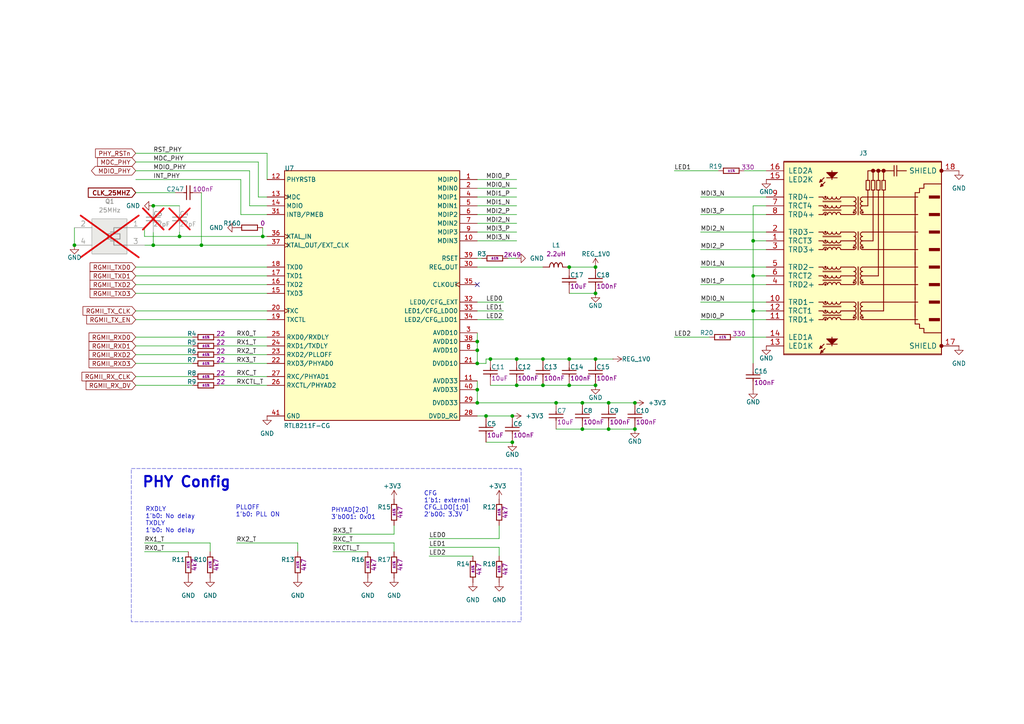
<source format=kicad_sch>
(kicad_sch (version 20250114) (generator "eeschema") (generator_version "9.0")
  (paper "A4")
  (bus_alias "RGMII" (members "RX0" "RX1" "RX2" "RX3" "RXC" "RXCTL" "TX0" "TX1" "TX2" "TX3" "TXC" "TXCTL"))
  (rectangle (start 38.1 135.89) (end 151.13 180.34) (stroke (width 0.1) (type dash)))
  (text "PLLOFF\n1'b0: PLL ON" (at 68.326 148.336 0) (effects (font (size 1.27 1.27)) (justify left)))
  (text "PHY Config" (at 54.102 139.954 0) (effects (font (size 3 3) (thickness 0.6) (bold yes))))
  (text "CFG\n1'b1: external\nCFG_LDO[1:0]\n2'b00: 3.3V" (at 122.936 146.304 0) (effects (font (size 1.27 1.27)) (justify left)))
  (text "RXDLY\n1'b0: No delay\nTXDLY\n1'b0: No delay" (at 42.164 150.876 0) (effects (font (size 1.27 1.27)) (justify left)))
  (text "PHYAD[2:0]\n3'b001: 0x01" (at 96.012 149.098 0) (effects (font (size 1.27 1.27)) (justify left)))
  (junction (at 165.1 104.14))
  (junction (at 21.59 71.12))
  (junction (at 157.48 111.76))
  (junction (at 218.44 69.85))
  (junction (at 76.2 68.58))
  (junction (at 168.91 124.46))
  (junction (at 138.43 116.84))
  (junction (at 58.42 71.12))
  (junction (at 172.72 111.76))
  (junction (at 218.44 80.01))
  (junction (at 184.15 124.46))
  (junction (at 184.15 116.84))
  (junction (at 165.1 111.76))
  (junction (at 172.72 104.14))
  (junction (at 172.72 77.47))
  (junction (at 148.59 120.65))
  (junction (at 165.1 77.47))
  (junction (at 138.43 99.06))
  (junction (at 138.43 101.6))
  (junction (at 142.24 104.14))
  (junction (at 218.44 90.17))
  (junction (at 149.86 111.76))
  (junction (at 176.53 116.84))
  (junction (at 52.07 68.58))
  (junction (at 148.59 128.27))
  (junction (at 44.45 59.69))
  (junction (at 168.91 116.84))
  (junction (at 176.53 124.46))
  (junction (at 172.72 85.09))
  (junction (at 138.43 105.41))
  (junction (at 149.86 104.14))
  (junction (at 157.48 104.14))
  (junction (at 44.45 71.12))
  (junction (at 161.29 116.84))
  (junction (at 138.43 113.03))
  (junction (at 140.97 120.65))
  (no_connect (at 138.43 82.55))
  (wire (pts (xy 39.37 44.45) (xy 77.47 44.45)))
  (wire (pts (xy 77.47 62.23) (xy 69.85 62.23)))
  (wire (pts (xy 218.44 80.01) (xy 218.44 90.17)))
  (wire (pts (xy 124.46 158.75) (xy 144.78 158.75)))
  (wire (pts (xy 218.44 69.85) (xy 218.44 80.01)))
  (wire (pts (xy 63.5 105.41) (xy 77.47 105.41)))
  (wire (pts (xy 203.2 77.47) (xy 222.25 77.47)))
  (wire (pts (xy 138.43 101.6) (xy 138.43 105.41)))
  (wire (pts (xy 168.91 124.46) (xy 161.29 124.46)))
  (wire (pts (xy 161.29 116.84) (xy 168.91 116.84)))
  (wire (pts (xy 203.2 82.55) (xy 222.25 82.55)))
  (wire (pts (xy 218.44 80.01) (xy 222.25 80.01)))
  (wire (pts (xy 74.93 57.15) (xy 74.93 46.99)))
  (wire (pts (xy 203.2 67.31) (xy 222.25 67.31)))
  (wire (pts (xy 149.86 111.76) (xy 157.48 111.76)))
  (wire (pts (xy 138.43 99.06) (xy 138.43 101.6)))
  (wire (pts (xy 96.52 157.48) (xy 114.3 157.48)))
  (wire (pts (xy 138.43 110.49) (xy 138.43 113.03)))
  (wire (pts (xy 138.43 74.93) (xy 139.7 74.93)))
  (wire (pts (xy 218.44 90.17) (xy 218.44 105.41)))
  (wire (pts (xy 138.43 52.07) (xy 149.86 52.07)))
  (wire (pts (xy 138.43 113.03) (xy 138.43 116.84)))
  (wire (pts (xy 218.44 90.17) (xy 222.25 90.17)))
  (wire (pts (xy 203.2 87.63) (xy 222.25 87.63)))
  (wire (pts (xy 39.37 92.71) (xy 77.47 92.71)))
  (wire (pts (xy 44.45 59.69) (xy 52.07 59.69)))
  (wire (pts (xy 124.46 156.21) (xy 144.78 156.21)))
  (wire (pts (xy 41.91 160.02) (xy 54.61 160.02)))
  (wire (pts (xy 39.37 46.99) (xy 74.93 46.99)))
  (wire (pts (xy 138.43 120.65) (xy 140.97 120.65)))
  (wire (pts (xy 39.37 55.88) (xy 50.8 55.88)))
  (wire (pts (xy 77.47 57.15) (xy 74.93 57.15)))
  (wire (pts (xy 168.91 124.46) (xy 176.53 124.46)))
  (wire (pts (xy 148.59 128.27) (xy 140.97 128.27)))
  (wire (pts (xy 39.37 102.87) (xy 55.88 102.87)))
  (wire (pts (xy 140.97 104.14) (xy 140.97 105.41)))
  (wire (pts (xy 63.5 100.33) (xy 77.47 100.33)))
  (wire (pts (xy 138.43 54.61) (xy 149.86 54.61)))
  (wire (pts (xy 138.43 59.69) (xy 149.86 59.69)))
  (wire (pts (xy 215.9 49.53) (xy 222.25 49.53)))
  (wire (pts (xy 77.47 68.58) (xy 76.2 68.58)))
  (wire (pts (xy 52.07 67.31) (xy 52.07 68.58)))
  (wire (pts (xy 41.91 71.12) (xy 44.45 71.12)))
  (wire (pts (xy 149.86 104.14) (xy 157.48 104.14)))
  (wire (pts (xy 203.2 62.23) (xy 222.25 62.23)))
  (wire (pts (xy 138.43 96.52) (xy 138.43 99.06)))
  (wire (pts (xy 157.48 111.76) (xy 165.1 111.76)))
  (wire (pts (xy 157.48 104.14) (xy 165.1 104.14)))
  (wire (pts (xy 96.52 154.94) (xy 114.3 154.94)))
  (wire (pts (xy 144.78 158.75) (xy 144.78 161.29)))
  (wire (pts (xy 138.43 64.77) (xy 149.86 64.77)))
  (wire (pts (xy 76.2 68.58) (xy 52.07 68.58)))
  (wire (pts (xy 72.39 59.69) (xy 72.39 49.53)))
  (wire (pts (xy 165.1 77.47) (xy 172.72 77.47)))
  (wire (pts (xy 147.32 74.93) (xy 149.86 74.93)))
  (wire (pts (xy 172.72 85.09) (xy 165.1 85.09)))
  (wire (pts (xy 124.46 161.29) (xy 137.16 161.29)))
  (wire (pts (xy 165.1 104.14) (xy 172.72 104.14)))
  (wire (pts (xy 203.2 57.15) (xy 222.25 57.15)))
  (wire (pts (xy 58.42 55.88) (xy 58.42 71.12)))
  (wire (pts (xy 114.3 154.94) (xy 114.3 152.4)))
  (wire (pts (xy 138.43 62.23) (xy 149.86 62.23)))
  (wire (pts (xy 21.59 66.04) (xy 21.59 71.12)))
  (wire (pts (xy 138.43 67.31) (xy 149.86 67.31)))
  (wire (pts (xy 60.96 157.48) (xy 60.96 160.02)))
  (wire (pts (xy 195.58 97.79) (xy 205.74 97.79)))
  (wire (pts (xy 77.47 52.07) (xy 77.47 44.45)))
  (wire (pts (xy 39.37 90.17) (xy 77.47 90.17)))
  (wire (pts (xy 176.53 116.84) (xy 184.15 116.84)))
  (wire (pts (xy 41.91 157.48) (xy 60.96 157.48)))
  (wire (pts (xy 222.25 59.69) (xy 218.44 59.69)))
  (wire (pts (xy 39.37 105.41) (xy 55.88 105.41)))
  (wire (pts (xy 44.45 71.12) (xy 58.42 71.12)))
  (wire (pts (xy 172.72 104.14) (xy 177.8 104.14)))
  (wire (pts (xy 63.5 102.87) (xy 77.47 102.87)))
  (wire (pts (xy 213.36 97.79) (xy 222.25 97.79)))
  (wire (pts (xy 63.5 111.76) (xy 77.47 111.76)))
  (wire (pts (xy 138.43 57.15) (xy 149.86 57.15)))
  (wire (pts (xy 39.37 52.07) (xy 69.85 52.07)))
  (wire (pts (xy 203.2 92.71) (xy 222.25 92.71)))
  (wire (pts (xy 168.91 116.84) (xy 176.53 116.84)))
  (wire (pts (xy 39.37 109.22) (xy 55.88 109.22)))
  (wire (pts (xy 138.43 92.71) (xy 146.05 92.71)))
  (wire (pts (xy 140.97 105.41) (xy 138.43 105.41)))
  (wire (pts (xy 138.43 77.47) (xy 157.48 77.47)))
  (wire (pts (xy 39.37 85.09) (xy 77.47 85.09)))
  (wire (pts (xy 41.91 68.58) (xy 41.91 66.04)))
  (wire (pts (xy 39.37 49.53) (xy 72.39 49.53)))
  (wire (pts (xy 142.24 104.14) (xy 149.86 104.14)))
  (wire (pts (xy 140.97 104.14) (xy 142.24 104.14)))
  (wire (pts (xy 86.36 157.48) (xy 86.36 160.02)))
  (wire (pts (xy 138.43 69.85) (xy 149.86 69.85)))
  (wire (pts (xy 140.97 120.65) (xy 148.59 120.65)))
  (wire (pts (xy 39.37 80.01) (xy 77.47 80.01)))
  (wire (pts (xy 195.58 49.53) (xy 208.28 49.53)))
  (wire (pts (xy 39.37 100.33) (xy 55.88 100.33)))
  (wire (pts (xy 138.43 116.84) (xy 161.29 116.84)))
  (wire (pts (xy 142.24 111.76) (xy 149.86 111.76)))
  (wire (pts (xy 218.44 69.85) (xy 222.25 69.85)))
  (wire (pts (xy 39.37 111.76) (xy 55.88 111.76)))
  (wire (pts (xy 76.2 66.04) (xy 76.2 68.58)))
  (wire (pts (xy 63.5 97.79) (xy 77.47 97.79)))
  (wire (pts (xy 77.47 59.69) (xy 72.39 59.69)))
  (wire (pts (xy 138.43 87.63) (xy 146.05 87.63)))
  (wire (pts (xy 176.53 124.46) (xy 184.15 124.46)))
  (wire (pts (xy 39.37 77.47) (xy 77.47 77.47)))
  (wire (pts (xy 44.45 67.31) (xy 44.45 71.12)))
  (wire (pts (xy 114.3 157.48) (xy 114.3 160.02)))
  (wire (pts (xy 63.5 109.22) (xy 77.47 109.22)))
  (wire (pts (xy 218.44 59.69) (xy 218.44 69.85)))
  (wire (pts (xy 165.1 111.76) (xy 172.72 111.76)))
  (wire (pts (xy 52.07 68.58) (xy 41.91 68.58)))
  (wire (pts (xy 138.43 90.17) (xy 146.05 90.17)))
  (wire (pts (xy 144.78 156.21) (xy 144.78 152.4)))
  (wire (pts (xy 58.42 71.12) (xy 77.47 71.12)))
  (wire (pts (xy 68.58 157.48) (xy 86.36 157.48)))
  (wire (pts (xy 203.2 72.39) (xy 222.25 72.39)))
  (wire (pts (xy 69.85 62.23) (xy 69.85 52.07)))
  (wire (pts (xy 96.52 160.02) (xy 106.68 160.02)))
  (wire (pts (xy 39.37 97.79) (xy 55.88 97.79)))
  (wire (pts (xy 39.37 82.55) (xy 77.47 82.55)))
  (label "MDI0_N" (at 140.97 54.61 0))
  (label "MDC_PHY" (at 44.45 46.99 0))
  (label "MDI2_N" (at 203.2 67.31 0))
  (label "LED0" (at 124.46 156.21 0))
  (label "MDI2_P" (at 140.97 62.23 0))
  (label "RXC_T" (at 68.58 109.22 0))
  (label "LED1" (at 140.97 90.17 0))
  (label "MDI2_P" (at 203.2 72.39 0))
  (label "INT_PHY" (at 44.45 52.07 0))
  (label "MDI3_P" (at 140.97 67.31 0))
  (label "RXCTL_T" (at 68.58 111.76 0))
  (label "LED2" (at 124.46 161.29 0))
  (label "LED0" (at 140.97 87.63 0))
  (label "MDI1_N" (at 140.97 59.69 0))
  (label "RST_PHY" (at 44.45 44.45 0))
  (label "MDI0_P" (at 140.97 52.07 0))
  (label "LED2" (at 195.58 97.79 0))
  (label "MDI1_P" (at 140.97 57.15 0))
  (label "LED1" (at 124.46 158.75 0))
  (label "MDIO_PHY" (at 44.45 49.53 0))
  (label "MDI1_N" (at 203.2 77.47 0))
  (label "RX2_T" (at 68.58 102.87 0))
  (label "RX1_T" (at 41.91 157.48 0))
  (label "MDI0_P" (at 203.2 92.71 0))
  (label "MDI3_P" (at 203.2 62.23 0))
  (label "MDI2_N" (at 140.97 64.77 0))
  (label "RXCTL_T" (at 96.52 160.02 0))
  (label "RX2_T" (at 68.58 157.48 0))
  (label "RX0_T" (at 68.58 97.79 0))
  (label "LED2" (at 140.97 92.71 0))
  (label "MDI1_P" (at 203.2 82.55 0))
  (label "MDI3_N" (at 140.97 69.85 0))
  (label "RX0_T" (at 41.91 160.02 0))
  (label "LED1" (at 195.58 49.53 0))
  (label "RXC_T" (at 96.52 157.48 0))
  (label "RX3_T" (at 96.52 154.94 0))
  (label "RX1_T" (at 68.58 100.33 0))
  (label "RX3_T" (at 68.58 105.41 0))
  (label "MDI0_N" (at 203.2 87.63 0))
  (label "MDI3_N" (at 203.2 57.15 0))
  (global_label "RGMII_TXD2" (shape input) (at 39.37 82.55 180) (effects (font (thickness 0.1588))) (property "Intersheetrefs" "${INTERSHEET_REFS}" (effects (hide yes))))
  (global_label "RGMII_TXD3" (shape input) (at 39.37 85.09 180) (effects (font (thickness 0.1588))) (property "Intersheetrefs" "${INTERSHEET_REFS}" (effects (hide yes))))
  (global_label "RGMII_RXD2" (shape input) (at 39.37 102.87 180) (effects (font (thickness 0.1588))) (property "Intersheetrefs" "${INTERSHEET_REFS}" (effects (hide yes))))
  (global_label "RGMII_RXD0" (shape input) (at 39.37 97.79 180) (effects (font (thickness 0.1588))) (property "Intersheetrefs" "${INTERSHEET_REFS}" (effects (hide yes))))
  (global_label "RGMII_RX_CLK" (shape input) (at 39.37 109.22 180) (effects (font (thickness 0.1588))) (property "Intersheetrefs" "${INTERSHEET_REFS}" (effects (hide yes))))
  (global_label "PHY_RSTn" (shape input) (at 39.37 44.45 180) (effects (font (thickness 0.1588))) (property "Intersheetrefs" "${INTERSHEET_REFS}" (effects (hide yes))))
  (global_label "RGMII_RXD1" (shape input) (at 39.37 100.33 180) (effects (font (thickness 0.1588))) (property "Intersheetrefs" "${INTERSHEET_REFS}" (effects (hide yes))))
  (global_label "RGMII_TXD1" (shape input) (at 39.37 80.01 180) (effects (font (thickness 0.1588))) (property "Intersheetrefs" "${INTERSHEET_REFS}" (effects (hide yes))))
  (global_label "MDIO_PHY" (shape bidirectional) (at 39.37 49.53 180) (property "Intersheetrefs" "${INTERSHEET_REFS}" (effects (hide yes))))
  (global_label "CLK_25MHZ" (shape input) (at 39.37 55.88 180) (effects (font (thickness 0.254) (bold yes))) (property "Intersheetrefs" "${INTERSHEET_REFS}" (effects (hide yes))))
  (global_label "RGMII_RXD3" (shape input) (at 39.37 105.41 180) (effects (font (thickness 0.1588))) (property "Intersheetrefs" "${INTERSHEET_REFS}" (effects (hide yes))))
  (global_label "RGMII_RX_DV" (shape input) (at 39.37 111.76 180) (effects (font (thickness 0.1588))) (property "Intersheetrefs" "${INTERSHEET_REFS}" (effects (hide yes))))
  (global_label "RGMII_TX_EN" (shape input) (at 39.37 92.71 180) (effects (font (thickness 0.1588))) (property "Intersheetrefs" "${INTERSHEET_REFS}" (effects (hide yes))))
  (global_label "MDC_PHY" (shape input) (at 39.37 46.99 180) (property "Intersheetrefs" "${INTERSHEET_REFS}" (effects (hide yes))))
  (global_label "RGMII_TXD0" (shape input) (at 39.37 77.47 180) (effects (font (thickness 0.1588))) (property "Intersheetrefs" "${INTERSHEET_REFS}" (effects (hide yes))))
  (global_label "RGMII_TX_CLK" (shape input) (at 39.37 90.17 180) (effects (font (thickness 0.1588))) (property "Intersheetrefs" "${INTERSHEET_REFS}" (effects (hide yes))))
  (symbol (lib_id "power:GND") (at 114.3 167.64 0) (unit 1)
    (property "Reference" "#PWR029" (effects (hide yes)))
    (property "Value" "GND" (at 114.3 172.72 0))
    (property "Description" "Power symbol creates a global label with name \"GND\" , ground" (effects (hide yes)))
  )
  (symbol (lib_id "power:GND") (at 54.61 167.64 0) (unit 1)
    (property "Reference" "#PWR022" (effects (hide yes)))
    (property "Value" "GND" (at 54.61 172.72 0))
    (property "Description" "Power symbol creates a global label with name \"GND\" , ground" (effects (hide yes)))
  )
  (symbol (lib_id "power:GND") (at 278.13 49.53 0) (unit 1)
    (property "Reference" "#PWR012" (effects (hide yes)))
    (property "Value" "GND" (at 278.13 54.61 0))
    (property "Description" "Power symbol creates a global label with name \"GND\" , ground" (effects (hide yes)))
  )
  (symbol (lib_id "power:GND") (at 218.44 113.03 0) (unit 1)
    (property "Reference" "#PWR019" (effects (hide yes)))
    (property "Value" "GND" (at 218.44 116.586 0))
    (property "Description" "Power symbol creates a global label with name \"GND\" , ground" (effects (hide yes)))
  )
  (symbol (lib_id "Capacitors SMD:CC0402_100NF_50V_10%_X7R") (at 148.59 128.27 90) (unit 1)
    (property "Reference" "C6" (at 148.844 122.936 90) (effects (justify right)))
    (property "Value" "CC0402_100NF_50V_10%_X7R" (effects (hide yes)))
    (property "Footprint" "Capacitors SMD:CAPC1005X55N" (effects (hide yes)))
    (property "Datasheet" "\\\\cern.ch\\dfs\\Applications\\Altium\\Datasheets\\CC0402_MURATA_GRM155R71H104KE14D.pdf" (effects (hide yes)))
    (property "Description" "SMD Multilayer Chip Ceramic Capacitor" (effects (hide yes)))
    (property "Val" "100nF" (at 148.844 126.238 90) (effects (justify right)))
    (property "Part Number" "CC0402_100NF_50V_10%_X7R" (effects (hide yes)))
    (property "Library Ref" "Capacitor - non polarized" (effects (hide yes)))
    (property "Library Path" "SchLib\\Capacitors.SchLib" (effects (hide yes)))
    (property "Comment" "100nF" (effects (hide yes)))
    (property "Component Kind" "Standard" (effects (hide yes)))
    (property "Component Type" "Standard" (effects (hide yes)))
    (property "Pin Count" "2" (effects (hide yes)))
    (property "Footprint Path" "PcbLib\\Capacitors SMD.PcbLib" (effects (hide yes)))
    (property "Footprint Ref" "CAPC1005X55N" (effects (hide yes)))
    (property "PackageDescription" " " (effects (hide yes)))
    (property "Status" "None" (effects (hide yes)))
    (property "Status Comment" " " (effects (hide yes)))
    (property "Voltage" "50V" (effects (hide yes)))
    (property "TC" "X7R" (effects (hide yes)))
    (property "Tolerance" "±10%" (effects (hide yes)))
    (property "Part Description" "SMD Multilayer Chip Ceramic Capacitor" (effects (hide yes)))
    (property "Manufacturer" "GENERIC" (effects (hide yes)))
    (property "Manufacturer Part Number" "CC0402_100NF_50V_10%_X7R" (effects (hide yes)))
    (property "Case" "0402" (effects (hide yes)))
    (property "Mounted" "Yes" (effects (hide yes)))
    (property "Socket" "No" (effects (hide yes)))
    (property "SMD" "Yes" (effects (hide yes)))
    (property "PressFit" " " (effects (hide yes)))
    (property "Sense" "No" (effects (hide yes)))
    (property "Sense Comment" " " (effects (hide yes)))
    (property "ComponentHeight" " " (effects (hide yes)))
    (property "Manufacturer1 Example" "MURATA" (effects (hide yes)))
    (property "Manufacturer1 Part Number" "GRM155R71H104KE14D" (effects (hide yes)))
    (property "Manufacturer1 ComponentHeight" "0.55mm" (effects (hide yes)))
    (property "HelpURL" "\\\\cern.ch\\dfs\\Applications\\Altium\\Datasheets\\CC0402_MURATA_GRM155R71H104KE14D.pdf" (effects (hide yes)))
    (property "Author" "CERN DEM MR" (effects (hide yes)))
    (property "CreateDate" "06/30/17 00:00:00" (effects (hide yes)))
    (property "LatestRevisionDate" "06/30/17 00:00:00" (effects (hide yes)))
    (property "Database Table Name" "Capacitors" (effects (hide yes)))
    (property "Library Name" "Capacitors SMD" (effects (hide yes)))
    (property "Footprint Library" "Capacitors SMD" (effects (hide yes)))
    (property "License" "CC-BY-SA 4.0" (effects (hide yes)))
  )
  (symbol (lib_id "Capacitors SMD:CC0402_100NF_50V_10%_X7R") (at 168.91 124.46 90) (unit 1)
    (property "Reference" "C8" (at 169.164 119.126 90) (effects (justify right)))
    (property "Value" "CC0402_100NF_50V_10%_X7R" (effects (hide yes)))
    (property "Footprint" "Capacitors SMD:CAPC1005X55N" (effects (hide yes)))
    (property "Datasheet" "\\\\cern.ch\\dfs\\Applications\\Altium\\Datasheets\\CC0402_MURATA_GRM155R71H104KE14D.pdf" (effects (hide yes)))
    (property "Description" "SMD Multilayer Chip Ceramic Capacitor" (effects (hide yes)))
    (property "Val" "100nF" (at 169.164 122.428 90) (effects (justify right)))
    (property "Part Number" "CC0402_100NF_50V_10%_X7R" (effects (hide yes)))
    (property "Library Ref" "Capacitor - non polarized" (effects (hide yes)))
    (property "Library Path" "SchLib\\Capacitors.SchLib" (effects (hide yes)))
    (property "Comment" "100nF" (effects (hide yes)))
    (property "Component Kind" "Standard" (effects (hide yes)))
    (property "Component Type" "Standard" (effects (hide yes)))
    (property "Pin Count" "2" (effects (hide yes)))
    (property "Footprint Path" "PcbLib\\Capacitors SMD.PcbLib" (effects (hide yes)))
    (property "Footprint Ref" "CAPC1005X55N" (effects (hide yes)))
    (property "PackageDescription" " " (effects (hide yes)))
    (property "Status" "None" (effects (hide yes)))
    (property "Status Comment" " " (effects (hide yes)))
    (property "Voltage" "50V" (effects (hide yes)))
    (property "TC" "X7R" (effects (hide yes)))
    (property "Tolerance" "±10%" (effects (hide yes)))
    (property "Part Description" "SMD Multilayer Chip Ceramic Capacitor" (effects (hide yes)))
    (property "Manufacturer" "GENERIC" (effects (hide yes)))
    (property "Manufacturer Part Number" "CC0402_100NF_50V_10%_X7R" (effects (hide yes)))
    (property "Case" "0402" (effects (hide yes)))
    (property "Mounted" "Yes" (effects (hide yes)))
    (property "Socket" "No" (effects (hide yes)))
    (property "SMD" "Yes" (effects (hide yes)))
    (property "PressFit" " " (effects (hide yes)))
    (property "Sense" "No" (effects (hide yes)))
    (property "Sense Comment" " " (effects (hide yes)))
    (property "ComponentHeight" " " (effects (hide yes)))
    (property "Manufacturer1 Example" "MURATA" (effects (hide yes)))
    (property "Manufacturer1 Part Number" "GRM155R71H104KE14D" (effects (hide yes)))
    (property "Manufacturer1 ComponentHeight" "0.55mm" (effects (hide yes)))
    (property "HelpURL" "\\\\cern.ch\\dfs\\Applications\\Altium\\Datasheets\\CC0402_MURATA_GRM155R71H104KE14D.pdf" (effects (hide yes)))
    (property "Author" "CERN DEM MR" (effects (hide yes)))
    (property "CreateDate" "06/30/17 00:00:00" (effects (hide yes)))
    (property "LatestRevisionDate" "06/30/17 00:00:00" (effects (hide yes)))
    (property "Database Table Name" "Capacitors" (effects (hide yes)))
    (property "Library Name" "Capacitors SMD" (effects (hide yes)))
    (property "Footprint Library" "Capacitors SMD" (effects (hide yes)))
    (property "License" "CC-BY-SA 4.0" (effects (hide yes)))
  )
  (symbol (lib_id "Resistors SMD:R0402_4K7_1%_0.0625W_100PPM") (at 144.78 168.91 90) (unit 1)
    (property "Reference" "R18" (at 139.954 163.576 90) (effects (justify right)))
    (property "Value" "R0402_4K7_1%_0.0625W_100PPM" (effects (hide yes)))
    (property "Footprint" "Resistors SMD:RESC1005X40N" (effects (hide yes)))
    (property "Datasheet" "\\\\cern.ch\\dfs\\Applications\\Altium\\Datasheets\\R0402_Phycomp_RC0402.pdf" (effects (hide yes)))
    (property "Description" "General Purpose Thick Film Chip Resistor" (effects (hide yes)))
    (property "Tolerance" "±1%" (at 144.78 165.1 0) (effects (font (size 0.635 0.635))))
    (property "Val" "4k7" (at 146.558 165.1 0))
    (property "Part Number" "R0402_4K7_1%_0.0625W_100PPM" (effects (hide yes)))
    (property "Library Ref" "Resistor - 1%" (effects (hide yes)))
    (property "Library Path" "SchLib\\Resistors.SchLib" (effects (hide yes)))
    (property "Comment" "4k7" (effects (hide yes)))
    (property "Component Kind" "Standard" (effects (hide yes)))
    (property "Component Type" "Standard" (effects (hide yes)))
    (property "PackageDescription" " " (effects (hide yes)))
    (property "Pin Count" "2" (effects (hide yes)))
    (property "Footprint Path" "PcbLib\\Resistors SMD.PcbLib" (effects (hide yes)))
    (property "Footprint Ref" "RESC1005X40N" (effects (hide yes)))
    (property "Status" "Not Recommended" (effects (hide yes)))
    (property "Power" "0.0625W" (effects (hide yes)))
    (property "TC" "±100ppm/°C" (effects (hide yes)))
    (property "Voltage" " " (effects (hide yes)))
    (property "Part Description" "General Purpose Thick Film Chip Resistor" (effects (hide yes)))
    (property "Manufacturer" "GENERIC" (effects (hide yes)))
    (property "Manufacturer Part Number" "R0402_4K7_1%_0.0625W_100PPM" (effects (hide yes)))
    (property "Case" "0402" (effects (hide yes)))
    (property "PressFit" "No" (effects (hide yes)))
    (property "Mounted" "Yes" (effects (hide yes)))
    (property "Sense Comment" " " (effects (hide yes)))
    (property "Sense" "No" (effects (hide yes)))
    (property "Status Comment" " " (effects (hide yes)))
    (property "Socket" "No" (effects (hide yes)))
    (property "SMD" "Yes" (effects (hide yes)))
    (property "ComponentHeight" " " (effects (hide yes)))
    (property "Manufacturer1 Example" "YAGEO PHYCOMP" (effects (hide yes)))
    (property "Manufacturer1 Part Number" "232270674702L" (effects (hide yes)))
    (property "Manufacturer1 ComponentHeight" "0.4mm" (effects (hide yes)))
    (property "HelpURL" "\\\\cern.ch\\dfs\\Applications\\Altium\\Datasheets\\R0402_Phycomp_RC0402.pdf" (effects (hide yes)))
    (property "Author" "CERN DEM JLC" (effects (hide yes)))
    (property "CreateDate" "12/03/07 00:00:00" (effects (hide yes)))
    (property "LatestRevisionDate" "10/17/12 00:00:00" (effects (hide yes)))
    (property "Database Table Name" "Resistors" (effects (hide yes)))
    (property "Library Name" "Resistors SMD" (effects (hide yes)))
    (property "Footprint Library" "Resistors SMD" (effects (hide yes)))
    (property "License" "CC-BY-SA 4.0" (effects (hide yes)))
  )
  (symbol (lib_id "Resistors SMD:R0402_4K7_1%_0.0625W_100PPM") (at 106.68 167.64 90) (unit 1)
    (property "Reference" "R16" (at 101.854 162.306 90) (effects (justify right)))
    (property "Value" "R0402_4K7_1%_0.0625W_100PPM" (effects (hide yes)))
    (property "Footprint" "Resistors SMD:RESC1005X40N" (effects (hide yes)))
    (property "Datasheet" "\\\\cern.ch\\dfs\\Applications\\Altium\\Datasheets\\R0402_Phycomp_RC0402.pdf" (effects (hide yes)))
    (property "Description" "General Purpose Thick Film Chip Resistor" (effects (hide yes)))
    (property "Tolerance" "±1%" (at 106.68 163.83 0) (effects (font (size 0.635 0.635))))
    (property "Val" "4k7" (at 108.458 163.83 0))
    (property "Part Number" "R0402_4K7_1%_0.0625W_100PPM" (effects (hide yes)))
    (property "Library Ref" "Resistor - 1%" (effects (hide yes)))
    (property "Library Path" "SchLib\\Resistors.SchLib" (effects (hide yes)))
    (property "Comment" "4k7" (effects (hide yes)))
    (property "Component Kind" "Standard" (effects (hide yes)))
    (property "Component Type" "Standard" (effects (hide yes)))
    (property "PackageDescription" " " (effects (hide yes)))
    (property "Pin Count" "2" (effects (hide yes)))
    (property "Footprint Path" "PcbLib\\Resistors SMD.PcbLib" (effects (hide yes)))
    (property "Footprint Ref" "RESC1005X40N" (effects (hide yes)))
    (property "Status" "Not Recommended" (effects (hide yes)))
    (property "Power" "0.0625W" (effects (hide yes)))
    (property "TC" "±100ppm/°C" (effects (hide yes)))
    (property "Voltage" " " (effects (hide yes)))
    (property "Part Description" "General Purpose Thick Film Chip Resistor" (effects (hide yes)))
    (property "Manufacturer" "GENERIC" (effects (hide yes)))
    (property "Manufacturer Part Number" "R0402_4K7_1%_0.0625W_100PPM" (effects (hide yes)))
    (property "Case" "0402" (effects (hide yes)))
    (property "PressFit" "No" (effects (hide yes)))
    (property "Mounted" "Yes" (effects (hide yes)))
    (property "Sense Comment" " " (effects (hide yes)))
    (property "Sense" "No" (effects (hide yes)))
    (property "Status Comment" " " (effects (hide yes)))
    (property "Socket" "No" (effects (hide yes)))
    (property "SMD" "Yes" (effects (hide yes)))
    (property "ComponentHeight" " " (effects (hide yes)))
    (property "Manufacturer1 Example" "YAGEO PHYCOMP" (effects (hide yes)))
    (property "Manufacturer1 Part Number" "232270674702L" (effects (hide yes)))
    (property "Manufacturer1 ComponentHeight" "0.4mm" (effects (hide yes)))
    (property "HelpURL" "\\\\cern.ch\\dfs\\Applications\\Altium\\Datasheets\\R0402_Phycomp_RC0402.pdf" (effects (hide yes)))
    (property "Author" "CERN DEM JLC" (effects (hide yes)))
    (property "CreateDate" "12/03/07 00:00:00" (effects (hide yes)))
    (property "LatestRevisionDate" "10/17/12 00:00:00" (effects (hide yes)))
    (property "Database Table Name" "Resistors" (effects (hide yes)))
    (property "Library Name" "Resistors SMD" (effects (hide yes)))
    (property "Footprint Library" "Resistors SMD" (effects (hide yes)))
    (property "License" "CC-BY-SA 4.0" (effects (hide yes)))
  )
  (symbol (lib_id "power:GND") (at 184.15 124.46 0) (unit 1)
    (property "Reference" "#PWR015" (effects (hide yes)))
    (property "Value" "GND" (at 184.15 128.016 0))
    (property "Description" "Power symbol creates a global label with name \"GND\" , ground" (effects (hide yes)))
  )
  (symbol (lib_id "power:+1V0") (at 144.78 144.78 0) (unit 1)
    (property "Reference" "#PWR024" (effects (hide yes)))
    (property "Value" "+3V3" (at 144.272 140.97 0))
    (property "Description" "Power symbol creates a global label with name \"+1V0\"" (effects (hide yes)))
  )
  (symbol (lib_id "Resistors SMD:R0402_22R_1%_0.0625W_100PPM") (at 55.88 111.76 0) (unit 1)
    (property "Reference" "R9" (at 55.626 110.744 0))
    (property "Value" "R0402_22R_1%_0.0625W_100PPM" (effects (hide yes)))
    (property "Footprint" "Resistors SMD:RESC1005X40N" (effects (hide yes)))
    (property "Datasheet" "\\\\cern.ch\\dfs\\Applications\\Altium\\Datasheets\\R0402_Phycomp_RC0402.pdf" (effects (hide yes)))
    (property "Description" "General Purpose Thick Film Chip Resistor" (effects (hide yes)))
    (property "Tolerance" "±1%" (at 59.69 111.76 0) (effects (font (size 0.635 0.635))))
    (property "Val" "22" (at 64.008 110.744 0))
    (property "Part Number" "R0402_22R_1%_0.0625W_100PPM" (effects (hide yes)))
    (property "Library Ref" "Resistor - 1%" (effects (hide yes)))
    (property "Library Path" "SchLib\\Resistors.SchLib" (effects (hide yes)))
    (property "Comment" "22" (effects (hide yes)))
    (property "Component Kind" "Standard" (effects (hide yes)))
    (property "Component Type" "Standard" (effects (hide yes)))
    (property "PackageDescription" " " (effects (hide yes)))
    (property "Pin Count" "2" (effects (hide yes)))
    (property "Footprint Path" "PcbLib\\Resistors SMD.PcbLib" (effects (hide yes)))
    (property "Footprint Ref" "RESC1005X40N" (effects (hide yes)))
    (property "Status" "Not Recommended" (effects (hide yes)))
    (property "Power" "0.0625W" (effects (hide yes)))
    (property "TC" "±100ppm/°C" (effects (hide yes)))
    (property "Voltage" " " (effects (hide yes)))
    (property "Part Description" "General Purpose Thick Film Chip Resistor" (effects (hide yes)))
    (property "Manufacturer" "GENERIC" (effects (hide yes)))
    (property "Manufacturer Part Number" "R0402_22R_1%_0.0625W_100PPM" (effects (hide yes)))
    (property "Case" "0402" (effects (hide yes)))
    (property "PressFit" "No" (effects (hide yes)))
    (property "Mounted" "Yes" (effects (hide yes)))
    (property "Sense Comment" " " (effects (hide yes)))
    (property "Sense" "No" (effects (hide yes)))
    (property "Status Comment" " " (effects (hide yes)))
    (property "Socket" "No" (effects (hide yes)))
    (property "SMD" "Yes" (effects (hide yes)))
    (property "ComponentHeight" " " (effects (hide yes)))
    (property "Manufacturer1 Example" "YAGEO PHYCOMP" (effects (hide yes)))
    (property "Manufacturer1 Part Number" "232270672209L" (effects (hide yes)))
    (property "Manufacturer1 ComponentHeight" "0.4mm" (effects (hide yes)))
    (property "HelpURL" "\\\\cern.ch\\dfs\\Applications\\Altium\\Datasheets\\R0402_Phycomp_RC0402.pdf" (effects (hide yes)))
    (property "Author" "CERN DEM JLC" (effects (hide yes)))
    (property "CreateDate" "12/03/07 00:00:00" (effects (hide yes)))
    (property "LatestRevisionDate" "10/17/12 00:00:00" (effects (hide yes)))
    (property "Database Table Name" "Resistors" (effects (hide yes)))
    (property "Library Name" "Resistors SMD" (effects (hide yes)))
    (property "Footprint Library" "Resistors SMD" (effects (hide yes)))
    (property "License" "CC-BY-SA 4.0" (effects (hide yes)))
  )
  (symbol (lib_id "Capacitors SMD:CC0402_100NF_50V_10%_X7R") (at 149.86 111.76 90) (unit 1)
    (property "Reference" "C12" (at 150.114 106.426 90) (effects (justify right)))
    (property "Value" "CC0402_100NF_50V_10%_X7R" (effects (hide yes)))
    (property "Footprint" "Capacitors SMD:CAPC1005X55N" (effects (hide yes)))
    (property "Datasheet" "\\\\cern.ch\\dfs\\Applications\\Altium\\Datasheets\\CC0402_MURATA_GRM155R71H104KE14D.pdf" (effects (hide yes)))
    (property "Description" "SMD Multilayer Chip Ceramic Capacitor" (effects (hide yes)))
    (property "Val" "100nF" (at 150.114 109.728 90) (effects (justify right)))
    (property "Part Number" "CC0402_100NF_50V_10%_X7R" (effects (hide yes)))
    (property "Library Ref" "Capacitor - non polarized" (effects (hide yes)))
    (property "Library Path" "SchLib\\Capacitors.SchLib" (effects (hide yes)))
    (property "Comment" "100nF" (effects (hide yes)))
    (property "Component Kind" "Standard" (effects (hide yes)))
    (property "Component Type" "Standard" (effects (hide yes)))
    (property "Pin Count" "2" (effects (hide yes)))
    (property "Footprint Path" "PcbLib\\Capacitors SMD.PcbLib" (effects (hide yes)))
    (property "Footprint Ref" "CAPC1005X55N" (effects (hide yes)))
    (property "PackageDescription" " " (effects (hide yes)))
    (property "Status" "None" (effects (hide yes)))
    (property "Status Comment" " " (effects (hide yes)))
    (property "Voltage" "50V" (effects (hide yes)))
    (property "TC" "X7R" (effects (hide yes)))
    (property "Tolerance" "±10%" (effects (hide yes)))
    (property "Part Description" "SMD Multilayer Chip Ceramic Capacitor" (effects (hide yes)))
    (property "Manufacturer" "GENERIC" (effects (hide yes)))
    (property "Manufacturer Part Number" "CC0402_100NF_50V_10%_X7R" (effects (hide yes)))
    (property "Case" "0402" (effects (hide yes)))
    (property "Mounted" "Yes" (effects (hide yes)))
    (property "Socket" "No" (effects (hide yes)))
    (property "SMD" "Yes" (effects (hide yes)))
    (property "PressFit" " " (effects (hide yes)))
    (property "Sense" "No" (effects (hide yes)))
    (property "Sense Comment" " " (effects (hide yes)))
    (property "ComponentHeight" " " (effects (hide yes)))
    (property "Manufacturer1 Example" "MURATA" (effects (hide yes)))
    (property "Manufacturer1 Part Number" "GRM155R71H104KE14D" (effects (hide yes)))
    (property "Manufacturer1 ComponentHeight" "0.55mm" (effects (hide yes)))
    (property "HelpURL" "\\\\cern.ch\\dfs\\Applications\\Altium\\Datasheets\\CC0402_MURATA_GRM155R71H104KE14D.pdf" (effects (hide yes)))
    (property "Author" "CERN DEM MR" (effects (hide yes)))
    (property "CreateDate" "06/30/17 00:00:00" (effects (hide yes)))
    (property "LatestRevisionDate" "06/30/17 00:00:00" (effects (hide yes)))
    (property "Database Table Name" "Capacitors" (effects (hide yes)))
    (property "Library Name" "Capacitors SMD" (effects (hide yes)))
    (property "Footprint Library" "Capacitors SMD" (effects (hide yes)))
    (property "License" "CC-BY-SA 4.0" (effects (hide yes)))
  )
  (symbol (lib_id "power:GND") (at 278.13 100.33 0) (unit 1)
    (property "Reference" "#PWR011" (effects (hide yes)))
    (property "Value" "GND" (at 278.13 105.41 0))
    (property "Description" "Power symbol creates a global label with name \"GND\" , ground" (effects (hide yes)))
  )
  (symbol (lib_id "Resistors SMD:R0402_22R_1%_0.0625W_100PPM") (at 55.88 102.87 0) (unit 1)
    (property "Reference" "R6" (at 55.626 101.854 0))
    (property "Value" "R0402_22R_1%_0.0625W_100PPM" (effects (hide yes)))
    (property "Footprint" "Resistors SMD:RESC1005X40N" (effects (hide yes)))
    (property "Datasheet" "\\\\cern.ch\\dfs\\Applications\\Altium\\Datasheets\\R0402_Phycomp_RC0402.pdf" (effects (hide yes)))
    (property "Description" "General Purpose Thick Film Chip Resistor" (effects (hide yes)))
    (property "Tolerance" "±1%" (at 59.69 102.87 0) (effects (font (size 0.635 0.635))))
    (property "Val" "22" (at 64.008 101.854 0))
    (property "Part Number" "R0402_22R_1%_0.0625W_100PPM" (effects (hide yes)))
    (property "Library Ref" "Resistor - 1%" (effects (hide yes)))
    (property "Library Path" "SchLib\\Resistors.SchLib" (effects (hide yes)))
    (property "Comment" "22" (effects (hide yes)))
    (property "Component Kind" "Standard" (effects (hide yes)))
    (property "Component Type" "Standard" (effects (hide yes)))
    (property "PackageDescription" " " (effects (hide yes)))
    (property "Pin Count" "2" (effects (hide yes)))
    (property "Footprint Path" "PcbLib\\Resistors SMD.PcbLib" (effects (hide yes)))
    (property "Footprint Ref" "RESC1005X40N" (effects (hide yes)))
    (property "Status" "Not Recommended" (effects (hide yes)))
    (property "Power" "0.0625W" (effects (hide yes)))
    (property "TC" "±100ppm/°C" (effects (hide yes)))
    (property "Voltage" " " (effects (hide yes)))
    (property "Part Description" "General Purpose Thick Film Chip Resistor" (effects (hide yes)))
    (property "Manufacturer" "GENERIC" (effects (hide yes)))
    (property "Manufacturer Part Number" "R0402_22R_1%_0.0625W_100PPM" (effects (hide yes)))
    (property "Case" "0402" (effects (hide yes)))
    (property "PressFit" "No" (effects (hide yes)))
    (property "Mounted" "Yes" (effects (hide yes)))
    (property "Sense Comment" " " (effects (hide yes)))
    (property "Sense" "No" (effects (hide yes)))
    (property "Status Comment" " " (effects (hide yes)))
    (property "Socket" "No" (effects (hide yes)))
    (property "SMD" "Yes" (effects (hide yes)))
    (property "ComponentHeight" " " (effects (hide yes)))
    (property "Manufacturer1 Example" "YAGEO PHYCOMP" (effects (hide yes)))
    (property "Manufacturer1 Part Number" "232270672209L" (effects (hide yes)))
    (property "Manufacturer1 ComponentHeight" "0.4mm" (effects (hide yes)))
    (property "HelpURL" "\\\\cern.ch\\dfs\\Applications\\Altium\\Datasheets\\R0402_Phycomp_RC0402.pdf" (effects (hide yes)))
    (property "Author" "CERN DEM JLC" (effects (hide yes)))
    (property "CreateDate" "12/03/07 00:00:00" (effects (hide yes)))
    (property "LatestRevisionDate" "10/17/12 00:00:00" (effects (hide yes)))
    (property "Database Table Name" "Resistors" (effects (hide yes)))
    (property "Library Name" "Resistors SMD" (effects (hide yes)))
    (property "Footprint Library" "Resistors SMD" (effects (hide yes)))
    (property "License" "CC-BY-SA 4.0" (effects (hide yes)))
  )
  (symbol (lib_id "Resistors SMD:R0402_2K49_1%_0.063W_100PPM") (at 139.7 74.93 0) (unit 1)
    (property "Reference" "R3" (at 139.7 73.66 0))
    (property "Value" "R0402_2K49_1%_0.063W_100PPM" (effects (hide yes)))
    (property "Footprint" "Resistors SMD:RESC1005X40N" (effects (hide yes)))
    (property "Datasheet" "\\\\cern.ch\\dfs\\Applications\\Altium\\Datasheets\\R0402_VISHAY_CRCW e3.pdf" (effects (hide yes)))
    (property "Description" "General Purpose Thick Film Chip Resistor" (effects (hide yes)))
    (property "Tolerance" "±1%" (at 143.51 74.93 0) (effects (font (size 0.635 0.635))))
    (property "Val" "2K49" (at 148.59 73.914 0))
    (property "Part Number" "R0402_2K49_1%_0.063W_100PPM" (effects (hide yes)))
    (property "Library Ref" "Resistor - 1%" (effects (hide yes)))
    (property "Library Path" "SchLib\\Resistors.SchLib" (effects (hide yes)))
    (property "Comment" "2K49" (effects (hide yes)))
    (property "Component Kind" "Standard" (effects (hide yes)))
    (property "Component Type" "Standard" (effects (hide yes)))
    (property "PackageDescription" " " (effects (hide yes)))
    (property "Pin Count" "2" (effects (hide yes)))
    (property "Footprint Path" "PcbLib\\Resistors SMD.PcbLib" (effects (hide yes)))
    (property "Footprint Ref" "RESC1005X40N" (effects (hide yes)))
    (property "Status" "None" (effects (hide yes)))
    (property "Power" "0.063W" (effects (hide yes)))
    (property "TC" "±100ppm/°C" (effects (hide yes)))
    (property "Voltage" " " (effects (hide yes)))
    (property "Part Description" "General Purpose Thick Film Chip Resistor" (effects (hide yes)))
    (property "Manufacturer" "GENERIC" (effects (hide yes)))
    (property "Manufacturer Part Number" "R0402_2K49_1%_0.063W_100PPM" (effects (hide yes)))
    (property "Case" "0402" (effects (hide yes)))
    (property "PressFit" "No" (effects (hide yes)))
    (property "Mounted" "Yes" (effects (hide yes)))
    (property "Sense Comment" " " (effects (hide yes)))
    (property "Sense" "No" (effects (hide yes)))
    (property "Status Comment" " " (effects (hide yes)))
    (property "Socket" "No" (effects (hide yes)))
    (property "SMD" "Yes" (effects (hide yes)))
    (property "ComponentHeight" " " (effects (hide yes)))
    (property "Manufacturer1 Example" "VISHAY" (effects (hide yes)))
    (property "Manufacturer1 Part Number" "CRCW04022K49FK" (effects (hide yes)))
    (property "Manufacturer1 ComponentHeight" "0.4mm" (effects (hide yes)))
    (property "HelpURL" "\\\\cern.ch\\dfs\\Applications\\Altium\\Datasheets\\R0402_VISHAY_CRCW e3.pdf" (effects (hide yes)))
    (property "Author" "CERN DEM BC" (effects (hide yes)))
    (property "CreateDate" "01/10/20 00:00:00" (effects (hide yes)))
    (property "LatestRevisionDate" "01/10/20 00:00:00" (effects (hide yes)))
    (property "Database Table Name" "Resistors" (effects (hide yes)))
    (property "Library Name" "Resistors SMD" (effects (hide yes)))
    (property "Footprint Library" "Resistors SMD" (effects (hide yes)))
    (property "License" "CC-BY-SA 4.0" (effects (hide yes)))
  )
  (symbol (lib_id "Capacitors SMD:CC0402_100NF_50V_10%_X7R") (at 172.72 111.76 90) (unit 1)
    (property "Reference" "C15" (at 172.974 106.426 90) (effects (justify right)))
    (property "Value" "CC0402_100NF_50V_10%_X7R" (effects (hide yes)))
    (property "Footprint" "Capacitors SMD:CAPC1005X55N" (effects (hide yes)))
    (property "Datasheet" "\\\\cern.ch\\dfs\\Applications\\Altium\\Datasheets\\CC0402_MURATA_GRM155R71H104KE14D.pdf" (effects (hide yes)))
    (property "Description" "SMD Multilayer Chip Ceramic Capacitor" (effects (hide yes)))
    (property "Val" "100nF" (at 172.974 109.728 90) (effects (justify right)))
    (property "Part Number" "CC0402_100NF_50V_10%_X7R" (effects (hide yes)))
    (property "Library Ref" "Capacitor - non polarized" (effects (hide yes)))
    (property "Library Path" "SchLib\\Capacitors.SchLib" (effects (hide yes)))
    (property "Comment" "100nF" (effects (hide yes)))
    (property "Component Kind" "Standard" (effects (hide yes)))
    (property "Component Type" "Standard" (effects (hide yes)))
    (property "Pin Count" "2" (effects (hide yes)))
    (property "Footprint Path" "PcbLib\\Capacitors SMD.PcbLib" (effects (hide yes)))
    (property "Footprint Ref" "CAPC1005X55N" (effects (hide yes)))
    (property "PackageDescription" " " (effects (hide yes)))
    (property "Status" "None" (effects (hide yes)))
    (property "Status Comment" " " (effects (hide yes)))
    (property "Voltage" "50V" (effects (hide yes)))
    (property "TC" "X7R" (effects (hide yes)))
    (property "Tolerance" "±10%" (effects (hide yes)))
    (property "Part Description" "SMD Multilayer Chip Ceramic Capacitor" (effects (hide yes)))
    (property "Manufacturer" "GENERIC" (effects (hide yes)))
    (property "Manufacturer Part Number" "CC0402_100NF_50V_10%_X7R" (effects (hide yes)))
    (property "Case" "0402" (effects (hide yes)))
    (property "Mounted" "Yes" (effects (hide yes)))
    (property "Socket" "No" (effects (hide yes)))
    (property "SMD" "Yes" (effects (hide yes)))
    (property "PressFit" " " (effects (hide yes)))
    (property "Sense" "No" (effects (hide yes)))
    (property "Sense Comment" " " (effects (hide yes)))
    (property "ComponentHeight" " " (effects (hide yes)))
    (property "Manufacturer1 Example" "MURATA" (effects (hide yes)))
    (property "Manufacturer1 Part Number" "GRM155R71H104KE14D" (effects (hide yes)))
    (property "Manufacturer1 ComponentHeight" "0.55mm" (effects (hide yes)))
    (property "HelpURL" "\\\\cern.ch\\dfs\\Applications\\Altium\\Datasheets\\CC0402_MURATA_GRM155R71H104KE14D.pdf" (effects (hide yes)))
    (property "Author" "CERN DEM MR" (effects (hide yes)))
    (property "CreateDate" "06/30/17 00:00:00" (effects (hide yes)))
    (property "LatestRevisionDate" "06/30/17 00:00:00" (effects (hide yes)))
    (property "Database Table Name" "Capacitors" (effects (hide yes)))
    (property "Library Name" "Capacitors SMD" (effects (hide yes)))
    (property "Footprint Library" "Capacitors SMD" (effects (hide yes)))
    (property "License" "CC-BY-SA 4.0" (effects (hide yes)))
  )
  (symbol (lib_id "power:GND") (at 148.59 128.27 0) (unit 1)
    (property "Reference" "#PWR013" (effects (hide yes)))
    (property "Value" "GND" (at 148.59 131.826 0))
    (property "Description" "Power symbol creates a global label with name \"GND\" , ground" (effects (hide yes)))
  )
  (symbol (lib_id "Capacitors SMD:CC0402_100NF_50V_10%_X7R") (at 165.1 111.76 90) (unit 1)
    (property "Reference" "C14" (at 165.354 106.426 90) (effects (justify right)))
    (property "Value" "CC0402_100NF_50V_10%_X7R" (effects (hide yes)))
    (property "Footprint" "Capacitors SMD:CAPC1005X55N" (effects (hide yes)))
    (property "Datasheet" "\\\\cern.ch\\dfs\\Applications\\Altium\\Datasheets\\CC0402_MURATA_GRM155R71H104KE14D.pdf" (effects (hide yes)))
    (property "Description" "SMD Multilayer Chip Ceramic Capacitor" (effects (hide yes)))
    (property "Val" "100nF" (at 165.354 109.728 90) (effects (justify right)))
    (property "Part Number" "CC0402_100NF_50V_10%_X7R" (effects (hide yes)))
    (property "Library Ref" "Capacitor - non polarized" (effects (hide yes)))
    (property "Library Path" "SchLib\\Capacitors.SchLib" (effects (hide yes)))
    (property "Comment" "100nF" (effects (hide yes)))
    (property "Component Kind" "Standard" (effects (hide yes)))
    (property "Component Type" "Standard" (effects (hide yes)))
    (property "Pin Count" "2" (effects (hide yes)))
    (property "Footprint Path" "PcbLib\\Capacitors SMD.PcbLib" (effects (hide yes)))
    (property "Footprint Ref" "CAPC1005X55N" (effects (hide yes)))
    (property "PackageDescription" " " (effects (hide yes)))
    (property "Status" "None" (effects (hide yes)))
    (property "Status Comment" " " (effects (hide yes)))
    (property "Voltage" "50V" (effects (hide yes)))
    (property "TC" "X7R" (effects (hide yes)))
    (property "Tolerance" "±10%" (effects (hide yes)))
    (property "Part Description" "SMD Multilayer Chip Ceramic Capacitor" (effects (hide yes)))
    (property "Manufacturer" "GENERIC" (effects (hide yes)))
    (property "Manufacturer Part Number" "CC0402_100NF_50V_10%_X7R" (effects (hide yes)))
    (property "Case" "0402" (effects (hide yes)))
    (property "Mounted" "Yes" (effects (hide yes)))
    (property "Socket" "No" (effects (hide yes)))
    (property "SMD" "Yes" (effects (hide yes)))
    (property "PressFit" " " (effects (hide yes)))
    (property "Sense" "No" (effects (hide yes)))
    (property "Sense Comment" " " (effects (hide yes)))
    (property "ComponentHeight" " " (effects (hide yes)))
    (property "Manufacturer1 Example" "MURATA" (effects (hide yes)))
    (property "Manufacturer1 Part Number" "GRM155R71H104KE14D" (effects (hide yes)))
    (property "Manufacturer1 ComponentHeight" "0.55mm" (effects (hide yes)))
    (property "HelpURL" "\\\\cern.ch\\dfs\\Applications\\Altium\\Datasheets\\CC0402_MURATA_GRM155R71H104KE14D.pdf" (effects (hide yes)))
    (property "Author" "CERN DEM MR" (effects (hide yes)))
    (property "CreateDate" "06/30/17 00:00:00" (effects (hide yes)))
    (property "LatestRevisionDate" "06/30/17 00:00:00" (effects (hide yes)))
    (property "Database Table Name" "Capacitors" (effects (hide yes)))
    (property "Library Name" "Capacitors SMD" (effects (hide yes)))
    (property "Footprint Library" "Capacitors SMD" (effects (hide yes)))
    (property "License" "CC-BY-SA 4.0" (effects (hide yes)))
  )
  (symbol (lib_id "power:GND") (at 144.78 168.91 0) (unit 1)
    (property "Reference" "#PWR030" (effects (hide yes)))
    (property "Value" "GND" (at 144.78 173.99 0))
    (property "Description" "Power symbol creates a global label with name \"GND\" , ground" (effects (hide yes)))
  )
  (symbol (lib_id "Resistors SMD:R0402_330R_1%_0.0625W_100PPM") (at 205.74 97.79 0) (unit 1)
    (property "Reference" "R20" (at 204.978 96.52 0))
    (property "Value" "R0402_330R_1%_0.0625W_100PPM" (effects (hide yes)))
    (property "Footprint" "Resistors SMD:RESC1005X40N" (effects (hide yes)))
    (property "Datasheet" "\\\\cern.ch\\dfs\\Applications\\Altium\\Datasheets\\R0402_Phycomp_RC0402.pdf" (effects (hide yes)))
    (property "Description" "General Purpose Thick Film Chip Resistor" (effects (hide yes)))
    (property "Tolerance" "±1%" (at 209.55 97.79 0) (effects (font (size 0.635 0.635))))
    (property "Val" "330" (at 214.376 96.774 0))
    (property "Part Number" "R0402_330R_1%_0.0625W_100PPM" (effects (hide yes)))
    (property "Library Ref" "Resistor - 1%" (effects (hide yes)))
    (property "Library Path" "SchLib\\Resistors.SchLib" (effects (hide yes)))
    (property "Comment" "330" (effects (hide yes)))
    (property "Component Kind" "Standard" (effects (hide yes)))
    (property "Component Type" "Standard" (effects (hide yes)))
    (property "PackageDescription" " " (effects (hide yes)))
    (property "Pin Count" "2" (effects (hide yes)))
    (property "Footprint Path" "PcbLib\\Resistors SMD.PcbLib" (effects (hide yes)))
    (property "Footprint Ref" "RESC1005X40N" (effects (hide yes)))
    (property "Status" "Not Recommended" (effects (hide yes)))
    (property "Power" "0.0625W" (effects (hide yes)))
    (property "TC" "±100ppm/°C" (effects (hide yes)))
    (property "Voltage" " " (effects (hide yes)))
    (property "Part Description" "General Purpose Thick Film Chip Resistor" (effects (hide yes)))
    (property "Manufacturer" "GENERIC" (effects (hide yes)))
    (property "Manufacturer Part Number" "R0402_330R_1%_0.0625W_100PPM" (effects (hide yes)))
    (property "Case" "0402" (effects (hide yes)))
    (property "PressFit" "No" (effects (hide yes)))
    (property "Mounted" "Yes" (effects (hide yes)))
    (property "Sense Comment" " " (effects (hide yes)))
    (property "Sense" "No" (effects (hide yes)))
    (property "Status Comment" " " (effects (hide yes)))
    (property "Socket" "No" (effects (hide yes)))
    (property "SMD" "Yes" (effects (hide yes)))
    (property "ComponentHeight" " " (effects (hide yes)))
    (property "Manufacturer1 Example" "YAGEO PHYCOMP" (effects (hide yes)))
    (property "Manufacturer1 Part Number" "232270673301L" (effects (hide yes)))
    (property "Manufacturer1 ComponentHeight" "0.4mm" (effects (hide yes)))
    (property "HelpURL" "\\\\cern.ch\\dfs\\Applications\\Altium\\Datasheets\\R0402_Phycomp_RC0402.pdf" (effects (hide yes)))
    (property "Author" "CERN DEM JLC" (effects (hide yes)))
    (property "CreateDate" "12/03/07 00:00:00" (effects (hide yes)))
    (property "LatestRevisionDate" "10/17/12 00:00:00" (effects (hide yes)))
    (property "Database Table Name" "Resistors" (effects (hide yes)))
    (property "Library Name" "Resistors SMD" (effects (hide yes)))
    (property "Footprint Library" "Resistors SMD" (effects (hide yes)))
    (property "License" "CC-BY-SA 4.0" (effects (hide yes)))
  )
  (symbol (lib_id "power:GND") (at 60.96 167.64 0) (unit 1)
    (property "Reference" "#PWR023" (effects (hide yes)))
    (property "Value" "GND" (at 60.96 172.72 0))
    (property "Description" "Power symbol creates a global label with name \"GND\" , ground" (effects (hide yes)))
  )
  (symbol (lib_id "power:GND") (at 172.72 111.76 0) (unit 1)
    (property "Reference" "#PWR017" (effects (hide yes)))
    (property "Value" "GND" (at 172.72 115.316 0))
    (property "Description" "Power symbol creates a global label with name \"GND\" , ground" (effects (hide yes)))
  )
  (symbol (lib_id "Capacitors SMD:CC0402_100NF_50V_10%_X7R") (at 172.72 85.09 90) (unit 1)
    (property "Reference" "C18" (at 172.974 79.756 90) (effects (justify right)))
    (property "Value" "CC0402_100NF_50V_10%_X7R" (effects (hide yes)))
    (property "Footprint" "Capacitors SMD:CAPC1005X55N" (effects (hide yes)))
    (property "Datasheet" "\\\\cern.ch\\dfs\\Applications\\Altium\\Datasheets\\CC0402_MURATA_GRM155R71H104KE14D.pdf" (effects (hide yes)))
    (property "Description" "SMD Multilayer Chip Ceramic Capacitor" (effects (hide yes)))
    (property "Val" "100nF" (at 172.974 83.058 90) (effects (justify right)))
    (property "Part Number" "CC0402_100NF_50V_10%_X7R" (effects (hide yes)))
    (property "Library Ref" "Capacitor - non polarized" (effects (hide yes)))
    (property "Library Path" "SchLib\\Capacitors.SchLib" (effects (hide yes)))
    (property "Comment" "100nF" (effects (hide yes)))
    (property "Component Kind" "Standard" (effects (hide yes)))
    (property "Component Type" "Standard" (effects (hide yes)))
    (property "Pin Count" "2" (effects (hide yes)))
    (property "Footprint Path" "PcbLib\\Capacitors SMD.PcbLib" (effects (hide yes)))
    (property "Footprint Ref" "CAPC1005X55N" (effects (hide yes)))
    (property "PackageDescription" " " (effects (hide yes)))
    (property "Status" "None" (effects (hide yes)))
    (property "Status Comment" " " (effects (hide yes)))
    (property "Voltage" "50V" (effects (hide yes)))
    (property "TC" "X7R" (effects (hide yes)))
    (property "Tolerance" "±10%" (effects (hide yes)))
    (property "Part Description" "SMD Multilayer Chip Ceramic Capacitor" (effects (hide yes)))
    (property "Manufacturer" "GENERIC" (effects (hide yes)))
    (property "Manufacturer Part Number" "CC0402_100NF_50V_10%_X7R" (effects (hide yes)))
    (property "Case" "0402" (effects (hide yes)))
    (property "Mounted" "Yes" (effects (hide yes)))
    (property "Socket" "No" (effects (hide yes)))
    (property "SMD" "Yes" (effects (hide yes)))
    (property "PressFit" " " (effects (hide yes)))
    (property "Sense" "No" (effects (hide yes)))
    (property "Sense Comment" " " (effects (hide yes)))
    (property "ComponentHeight" " " (effects (hide yes)))
    (property "Manufacturer1 Example" "MURATA" (effects (hide yes)))
    (property "Manufacturer1 Part Number" "GRM155R71H104KE14D" (effects (hide yes)))
    (property "Manufacturer1 ComponentHeight" "0.55mm" (effects (hide yes)))
    (property "HelpURL" "\\\\cern.ch\\dfs\\Applications\\Altium\\Datasheets\\CC0402_MURATA_GRM155R71H104KE14D.pdf" (effects (hide yes)))
    (property "Author" "CERN DEM MR" (effects (hide yes)))
    (property "CreateDate" "06/30/17 00:00:00" (effects (hide yes)))
    (property "LatestRevisionDate" "06/30/17 00:00:00" (effects (hide yes)))
    (property "Database Table Name" "Capacitors" (effects (hide yes)))
    (property "Library Name" "Capacitors SMD" (effects (hide yes)))
    (property "Footprint Library" "Capacitors SMD" (effects (hide yes)))
    (property "License" "CC-BY-SA 4.0" (effects (hide yes)))
  )
  (symbol (lib_id "power:+1V0") (at 184.15 116.84 270) (unit 1)
    (property "Reference" "#PWR016" (effects (hide yes)))
    (property "Value" "+3V3" (at 187.96 116.8399 90) (effects (justify left)))
    (property "Description" "Power symbol creates a global label with name \"+1V0\"" (effects (hide yes)))
  )
  (symbol (lib_id "Resistors SMD:R0402_4K7_1%_0.0625W_100PPM") (at 137.16 168.91 90) (unit 1)
    (property "Reference" "R14" (at 132.334 163.576 90) (effects (justify right)))
    (property "Value" "R0402_4K7_1%_0.0625W_100PPM" (effects (hide yes)))
    (property "Footprint" "Resistors SMD:RESC1005X40N" (effects (hide yes)))
    (property "Datasheet" "\\\\cern.ch\\dfs\\Applications\\Altium\\Datasheets\\R0402_Phycomp_RC0402.pdf" (effects (hide yes)))
    (property "Description" "General Purpose Thick Film Chip Resistor" (effects (hide yes)))
    (property "Tolerance" "±1%" (at 137.16 165.1 0) (effects (font (size 0.635 0.635))))
    (property "Val" "4k7" (at 138.938 165.1 0))
    (property "Part Number" "R0402_4K7_1%_0.0625W_100PPM" (effects (hide yes)))
    (property "Library Ref" "Resistor - 1%" (effects (hide yes)))
    (property "Library Path" "SchLib\\Resistors.SchLib" (effects (hide yes)))
    (property "Comment" "4k7" (effects (hide yes)))
    (property "Component Kind" "Standard" (effects (hide yes)))
    (property "Component Type" "Standard" (effects (hide yes)))
    (property "PackageDescription" " " (effects (hide yes)))
    (property "Pin Count" "2" (effects (hide yes)))
    (property "Footprint Path" "PcbLib\\Resistors SMD.PcbLib" (effects (hide yes)))
    (property "Footprint Ref" "RESC1005X40N" (effects (hide yes)))
    (property "Status" "Not Recommended" (effects (hide yes)))
    (property "Power" "0.0625W" (effects (hide yes)))
    (property "TC" "±100ppm/°C" (effects (hide yes)))
    (property "Voltage" " " (effects (hide yes)))
    (property "Part Description" "General Purpose Thick Film Chip Resistor" (effects (hide yes)))
    (property "Manufacturer" "GENERIC" (effects (hide yes)))
    (property "Manufacturer Part Number" "R0402_4K7_1%_0.0625W_100PPM" (effects (hide yes)))
    (property "Case" "0402" (effects (hide yes)))
    (property "PressFit" "No" (effects (hide yes)))
    (property "Mounted" "Yes" (effects (hide yes)))
    (property "Sense Comment" " " (effects (hide yes)))
    (property "Sense" "No" (effects (hide yes)))
    (property "Status Comment" " " (effects (hide yes)))
    (property "Socket" "No" (effects (hide yes)))
    (property "SMD" "Yes" (effects (hide yes)))
    (property "ComponentHeight" " " (effects (hide yes)))
    (property "Manufacturer1 Example" "YAGEO PHYCOMP" (effects (hide yes)))
    (property "Manufacturer1 Part Number" "232270674702L" (effects (hide yes)))
    (property "Manufacturer1 ComponentHeight" "0.4mm" (effects (hide yes)))
    (property "HelpURL" "\\\\cern.ch\\dfs\\Applications\\Altium\\Datasheets\\R0402_Phycomp_RC0402.pdf" (effects (hide yes)))
    (property "Author" "CERN DEM JLC" (effects (hide yes)))
    (property "CreateDate" "12/03/07 00:00:00" (effects (hide yes)))
    (property "LatestRevisionDate" "10/17/12 00:00:00" (effects (hide yes)))
    (property "Database Table Name" "Resistors" (effects (hide yes)))
    (property "Library Name" "Resistors SMD" (effects (hide yes)))
    (property "Footprint Library" "Resistors SMD" (effects (hide yes)))
    (property "License" "CC-BY-SA 4.0" (effects (hide yes)))
  )
  (symbol (lib_id "Resistors SMD:R0402_22R_1%_0.0625W_100PPM") (at 55.88 109.22 0) (unit 1)
    (property "Reference" "R8" (at 55.626 108.204 0))
    (property "Value" "R0402_22R_1%_0.0625W_100PPM" (effects (hide yes)))
    (property "Footprint" "Resistors SMD:RESC1005X40N" (effects (hide yes)))
    (property "Datasheet" "\\\\cern.ch\\dfs\\Applications\\Altium\\Datasheets\\R0402_Phycomp_RC0402.pdf" (effects (hide yes)))
    (property "Description" "General Purpose Thick Film Chip Resistor" (effects (hide yes)))
    (property "Tolerance" "±1%" (at 59.69 109.22 0) (effects (font (size 0.635 0.635))))
    (property "Val" "22" (at 64.008 108.204 0))
    (property "Part Number" "R0402_22R_1%_0.0625W_100PPM" (effects (hide yes)))
    (property "Library Ref" "Resistor - 1%" (effects (hide yes)))
    (property "Library Path" "SchLib\\Resistors.SchLib" (effects (hide yes)))
    (property "Comment" "22" (effects (hide yes)))
    (property "Component Kind" "Standard" (effects (hide yes)))
    (property "Component Type" "Standard" (effects (hide yes)))
    (property "PackageDescription" " " (effects (hide yes)))
    (property "Pin Count" "2" (effects (hide yes)))
    (property "Footprint Path" "PcbLib\\Resistors SMD.PcbLib" (effects (hide yes)))
    (property "Footprint Ref" "RESC1005X40N" (effects (hide yes)))
    (property "Status" "Not Recommended" (effects (hide yes)))
    (property "Power" "0.0625W" (effects (hide yes)))
    (property "TC" "±100ppm/°C" (effects (hide yes)))
    (property "Voltage" " " (effects (hide yes)))
    (property "Part Description" "General Purpose Thick Film Chip Resistor" (effects (hide yes)))
    (property "Manufacturer" "GENERIC" (effects (hide yes)))
    (property "Manufacturer Part Number" "R0402_22R_1%_0.0625W_100PPM" (effects (hide yes)))
    (property "Case" "0402" (effects (hide yes)))
    (property "PressFit" "No" (effects (hide yes)))
    (property "Mounted" "Yes" (effects (hide yes)))
    (property "Sense Comment" " " (effects (hide yes)))
    (property "Sense" "No" (effects (hide yes)))
    (property "Status Comment" " " (effects (hide yes)))
    (property "Socket" "No" (effects (hide yes)))
    (property "SMD" "Yes" (effects (hide yes)))
    (property "ComponentHeight" " " (effects (hide yes)))
    (property "Manufacturer1 Example" "YAGEO PHYCOMP" (effects (hide yes)))
    (property "Manufacturer1 Part Number" "232270672209L" (effects (hide yes)))
    (property "Manufacturer1 ComponentHeight" "0.4mm" (effects (hide yes)))
    (property "HelpURL" "\\\\cern.ch\\dfs\\Applications\\Altium\\Datasheets\\R0402_Phycomp_RC0402.pdf" (effects (hide yes)))
    (property "Author" "CERN DEM JLC" (effects (hide yes)))
    (property "CreateDate" "12/03/07 00:00:00" (effects (hide yes)))
    (property "LatestRevisionDate" "10/17/12 00:00:00" (effects (hide yes)))
    (property "Database Table Name" "Resistors" (effects (hide yes)))
    (property "Library Name" "Resistors SMD" (effects (hide yes)))
    (property "Footprint Library" "Resistors SMD" (effects (hide yes)))
    (property "License" "CC-BY-SA 4.0" (effects (hide yes)))
  )
  (symbol (lib_id "Capacitors SMD:CC0402_10UF_6.3V_20%_X5R") (at 161.29 124.46 90) (unit 1)
    (property "Reference" "C7" (at 161.544 119.126 90) (effects (justify right)))
    (property "Value" "CC0402_10UF_6.3V_20%_X5R" (effects (hide yes)))
    (property "Footprint" "Capacitors SMD:CAPC1005X70N" (effects (hide yes)))
    (property "Datasheet" "\\\\cern.ch\\dfs\\Applications\\Altium\\Datasheets\\CC0402_X5R_TDK_C.pdf" (effects (hide yes)))
    (property "Description" "SMD Multilayer Chip Ceramic Capacitor" (effects (hide yes)))
    (property "Val" "10uF" (at 161.544 122.428 90) (effects (justify right)))
    (property "Part Number" "CC0402_10UF_6.3V_20%_X5R" (effects (hide yes)))
    (property "Library Ref" "Capacitor - non polarized" (effects (hide yes)))
    (property "Library Path" "SchLib\\Capacitors.SchLib" (effects (hide yes)))
    (property "Comment" "10uF" (effects (hide yes)))
    (property "Component Kind" "Standard" (effects (hide yes)))
    (property "Component Type" "Standard" (effects (hide yes)))
    (property "Pin Count" "2" (effects (hide yes)))
    (property "Footprint Path" "PcbLib\\Capacitors SMD.PcbLib" (effects (hide yes)))
    (property "Footprint Ref" "CAPC1005X70N" (effects (hide yes)))
    (property "PackageDescription" " " (effects (hide yes)))
    (property "Status" "Preferred" (effects (hide yes)))
    (property "Status Comment" " " (effects (hide yes)))
    (property "Voltage" "6.3V" (effects (hide yes)))
    (property "TC" "X5R" (effects (hide yes)))
    (property "Tolerance" "±10%" (effects (hide yes)))
    (property "Part Description" "SMD Multilayer Chip Ceramic Capacitor" (effects (hide yes)))
    (property "Manufacturer" "GENERIC" (effects (hide yes)))
    (property "Manufacturer Part Number" "CC0402_10UF_6.3V_20%_X5R" (effects (hide yes)))
    (property "Case" "0402" (effects (hide yes)))
    (property "Mounted" "Yes" (effects (hide yes)))
    (property "Socket" "No" (effects (hide yes)))
    (property "SMD" "Yes" (effects (hide yes)))
    (property "PressFit" " " (effects (hide yes)))
    (property "Sense" "No" (effects (hide yes)))
    (property "Sense Comment" " " (effects (hide yes)))
    (property "ComponentHeight" " " (effects (hide yes)))
    (property "Manufacturer1 Example" "TDK" (effects (hide yes)))
    (property "Manufacturer1 Part Number" "C1005X5R0J106M050" (effects (hide yes)))
    (property "Manufacturer1 ComponentHeight" "0.70mm" (effects (hide yes)))
    (property "HelpURL" "\\\\cern.ch\\dfs\\Applications\\Altium\\Datasheets\\CC0402_X5R_TDK_C.pdf" (effects (hide yes)))
    (property "Author" "CERN DEM JLC" (effects (hide yes)))
    (property "CreateDate" "01/07/15 00:00:00" (effects (hide yes)))
    (property "LatestRevisionDate" "01/07/15 00:00:00" (effects (hide yes)))
    (property "Database Table Name" "Capacitors" (effects (hide yes)))
    (property "Library Name" "Capacitors SMD" (effects (hide yes)))
    (property "Footprint Library" "Capacitors SMD" (effects (hide yes)))
    (property "License" "CC-BY-SA 4.0" (effects (hide yes)))
  )
  (symbol (lib_id "Miscellaneous:BELFUSE_0826-1G1T-43-F") (at 227.33 102.87 0) (unit 1)
    (property "Reference" "J3" (at 250.3805 44.45 0))
    (property "Value" "BELFUSE_0826-1G1T-43-F" (effects (hide yes)))
    (property "Footprint" "Miscellaneous THD:BEL_0826-1G1T-43-F" (effects (hide yes)))
    (property "Datasheet" "\\\\cern.ch\\dfs\\Applications\\Altium\\Datasheets\\BEL_0826-1G1T-43-F.pdf" (effects (hide yes)))
    (property "Description" "1 Port, Green/Green LEDs, RJ45 10/100/1000 Gigabit Ethernet, MagJack® Connector Module" (effects (hide yes)))
    (property "Part Number" "BELFUSE_0826-1G1T-43-F" (effects (hide yes)))
    (property "Library Ref" "BEL_0826-1G1T-43-F" (effects (hide yes)))
    (property "Library Path" "SchLib\\Connectors.SchLib" (effects (hide yes)))
    (property "Comment" "RJ45" (effects (hide yes)))
    (property "Component Kind" "Standard" (effects (hide yes)))
    (property "Component Type" "Standard" (effects (hide yes)))
    (property "Device" " " (effects (hide yes)))
    (property "PackageDescription" " " (effects (hide yes)))
    (property "Pin Count" "18" (effects (hide yes)))
    (property "Case" " " (effects (hide yes)))
    (property "Footprint Path" "PcbLib\\Miscellaneous THD.PcbLib" (effects (hide yes)))
    (property "Footprint Ref" "BEL_0826-1G1T-43-F" (effects (hide yes)))
    (property "Family" "RJ45" (effects (hide yes)))
    (property "Mounted" "Yes" (effects (hide yes)))
    (property "Socket" "No" (effects (hide yes)))
    (property "PressFit" "No" (effects (hide yes)))
    (property "SMD" "No" (effects (hide yes)))
    (property "Sense" "No" (effects (hide yes)))
    (property "Sense Comment" " " (effects (hide yes)))
    (property "Status Comment" " " (effects (hide yes)))
    (property "Status" "None" (effects (hide yes)))
    (property "SCEM" " " (effects (hide yes)))
    (property "Part Description" "1 Port, Green/Green LEDs, RJ45 10/100/1000 Gigabit Ethernet, MagJack® Connector Module" (effects (hide yes)))
    (property "Manufacturer" "BEL MAGNETIC SOLUTIONS" (effects (hide yes)))
    (property "Manufacturer Part Number" "0826-1G1T-43-F" (effects (hide yes)))
    (property "ComponentHeight" "13.61mm" (effects (hide yes)))
    (property "HelpURL" "\\\\cern.ch\\dfs\\Applications\\Altium\\Datasheets\\BEL_0826-1G1T-43-F.pdf" (effects (hide yes)))
    (property "ComponentLink1URL" " " (effects (hide yes)))
    (property "ComponentLink1Description" " " (effects (hide yes)))
    (property "ComponentLink2URL" " " (effects (hide yes)))
    (property "ComponentLink2Description" " " (effects (hide yes)))
    (property "Author" "CERN DEM JLC" (effects (hide yes)))
    (property "CreateDate" "12/02/10 00:00:00" (effects (hide yes)))
    (property "LatestRevisionDate" "09/20/18 00:00:00" (effects (hide yes)))
    (property "Database Table Name" "Connectors" (effects (hide yes)))
    (property "Library Name" "Miscellaneous" (effects (hide yes)))
    (property "Footprint Library" "Miscellaneous THD" (effects (hide yes)))
    (property "License" "CC-BY-SA 4.0" (effects (hide yes)))
  )
  (symbol (lib_id "power:GND") (at 137.16 168.91 0) (unit 1)
    (property "Reference" "#PWR026" (effects (hide yes)))
    (property "Value" "GND" (at 137.16 173.99 0))
    (property "Description" "Power symbol creates a global label with name \"GND\" , ground" (effects (hide yes)))
  )
  (symbol (lib_id "power:GND") (at 106.68 167.64 0) (unit 1)
    (property "Reference" "#PWR028" (effects (hide yes)))
    (property "Value" "GND" (at 106.68 172.72 0))
    (property "Description" "Power symbol creates a global label with name \"GND\" , ground" (effects (hide yes)))
  )
  (symbol (lib_id "power:GND") (at 68.58 66.04 270) (unit 1)
    (property "Reference" "#PWR0334" (effects (hide yes)))
    (property "Value" "GND" (at 64.77 66.0399 90) (effects (justify right)))
    (property "Description" "Power symbol creates a global label with name \"GND\" , ground" (effects (hide yes)))
  )
  (symbol (lib_id "Capacitors SMD:CC0402_100NF_50V_10%_X7R") (at 157.48 111.76 90) (unit 1)
    (property "Reference" "C13" (at 157.734 106.426 90) (effects (justify right)))
    (property "Value" "CC0402_100NF_50V_10%_X7R" (effects (hide yes)))
    (property "Footprint" "Capacitors SMD:CAPC1005X55N" (effects (hide yes)))
    (property "Datasheet" "\\\\cern.ch\\dfs\\Applications\\Altium\\Datasheets\\CC0402_MURATA_GRM155R71H104KE14D.pdf" (effects (hide yes)))
    (property "Description" "SMD Multilayer Chip Ceramic Capacitor" (effects (hide yes)))
    (property "Val" "100nF" (at 157.734 109.728 90) (effects (justify right)))
    (property "Part Number" "CC0402_100NF_50V_10%_X7R" (effects (hide yes)))
    (property "Library Ref" "Capacitor - non polarized" (effects (hide yes)))
    (property "Library Path" "SchLib\\Capacitors.SchLib" (effects (hide yes)))
    (property "Comment" "100nF" (effects (hide yes)))
    (property "Component Kind" "Standard" (effects (hide yes)))
    (property "Component Type" "Standard" (effects (hide yes)))
    (property "Pin Count" "2" (effects (hide yes)))
    (property "Footprint Path" "PcbLib\\Capacitors SMD.PcbLib" (effects (hide yes)))
    (property "Footprint Ref" "CAPC1005X55N" (effects (hide yes)))
    (property "PackageDescription" " " (effects (hide yes)))
    (property "Status" "None" (effects (hide yes)))
    (property "Status Comment" " " (effects (hide yes)))
    (property "Voltage" "50V" (effects (hide yes)))
    (property "TC" "X7R" (effects (hide yes)))
    (property "Tolerance" "±10%" (effects (hide yes)))
    (property "Part Description" "SMD Multilayer Chip Ceramic Capacitor" (effects (hide yes)))
    (property "Manufacturer" "GENERIC" (effects (hide yes)))
    (property "Manufacturer Part Number" "CC0402_100NF_50V_10%_X7R" (effects (hide yes)))
    (property "Case" "0402" (effects (hide yes)))
    (property "Mounted" "Yes" (effects (hide yes)))
    (property "Socket" "No" (effects (hide yes)))
    (property "SMD" "Yes" (effects (hide yes)))
    (property "PressFit" " " (effects (hide yes)))
    (property "Sense" "No" (effects (hide yes)))
    (property "Sense Comment" " " (effects (hide yes)))
    (property "ComponentHeight" " " (effects (hide yes)))
    (property "Manufacturer1 Example" "MURATA" (effects (hide yes)))
    (property "Manufacturer1 Part Number" "GRM155R71H104KE14D" (effects (hide yes)))
    (property "Manufacturer1 ComponentHeight" "0.55mm" (effects (hide yes)))
    (property "HelpURL" "\\\\cern.ch\\dfs\\Applications\\Altium\\Datasheets\\CC0402_MURATA_GRM155R71H104KE14D.pdf" (effects (hide yes)))
    (property "Author" "CERN DEM MR" (effects (hide yes)))
    (property "CreateDate" "06/30/17 00:00:00" (effects (hide yes)))
    (property "LatestRevisionDate" "06/30/17 00:00:00" (effects (hide yes)))
    (property "Database Table Name" "Capacitors" (effects (hide yes)))
    (property "Library Name" "Capacitors SMD" (effects (hide yes)))
    (property "Footprint Library" "Capacitors SMD" (effects (hide yes)))
    (property "License" "CC-BY-SA 4.0" (effects (hide yes)))
  )
  (symbol (lib_id "Crystals & Oscillators:XTAL_25MHZ_EPSON_TSX-3225_25.0000MF10Z-AC") (at 36.83 63.5 0) (mirror y) (unit 1) (dnp yes)
    (property "Reference" "Q1" (at 31.8135 58.42 0))
    (property "Value" "XTAL_25MHZ_EPSON_TSX-3225_25.0000MF10Z-AC" (effects (hide yes)))
    (property "Footprint" "ICs And Semiconductors SMD:XTAL_EPSON_TSX-3225" (effects (hide yes)))
    (property "Datasheet" "\\\\cern.ch\\dfs\\Applications\\Altium\\Datasheets\\XTAL_EPSON_TSX-3225.pdf" (effects (hide yes)))
    (property "Description" "Tolerance: ±10ppm,  Stability:±10ppm, -20°C to 75°C, 9pF, Surface Mount Quartz Crystal, TX-3225 Series" (effects (hide yes)))
    (property "Val" "25MHz" (at 31.8135 60.96 0))
    (property "Part Number" "XTAL_25MHZ_EPSON_TSX-3225_25.0000MF10Z-AC" (effects (hide yes)))
    (property "Library Ref" "Quartz Crystal 1X 2GND 3X 4GND" (effects (hide yes)))
    (property "Library Path" "SchLib\\Crystals & Oscillators.SchLib" (effects (hide yes)))
    (property "Comment" "25MHz" (effects (hide yes)))
    (property "Component Kind" "Standard" (effects (hide yes)))
    (property "Component Type" "Standard" (effects (hide yes)))
    (property "Device" " " (effects (hide yes)))
    (property "PackageDescription" "Crystal, Corner Concave; 4 Pin, 2.50mm L X 3.20mm W X 0.6mm H, TSX-3225 Serie" (effects (hide yes)))
    (property "Status" " " (effects (hide yes)))
    (property "Part Description" "Tolerance: ±10ppm,  Stability:±10ppm, -20°C to 75°C, 9pF, Surface Mount Quartz Crystal, TX-3225 Series" (effects (hide yes)))
    (property "Manufacturer" "EPSON" (effects (hide yes)))
    (property "Manufacturer Part Number" "TSX-3225 25.0000MF10Z-AC" (effects (hide yes)))
    (property "Pin Count" "4" (effects (hide yes)))
    (property "Case" " " (effects (hide yes)))
    (property "Mounted" "Yes" (effects (hide yes)))
    (property "Socket" "No" (effects (hide yes)))
    (property "SMD" "Yes" (effects (hide yes)))
    (property "PressFit" "No" (effects (hide yes)))
    (property "Sense" "No" (effects (hide yes)))
    (property "Bonding" "No" (effects (hide yes)))
    (property "Sense Comment" " " (effects (hide yes)))
    (property "Status Comment" " " (effects (hide yes)))
    (property "ComponentHeight" "0.6mm" (effects (hide yes)))
    (property "Footprint Path" "PcbLib\\ICs And Semiconductors SMD.PcbLib" (effects (hide yes)))
    (property "Footprint Ref" "XTAL_EPSON_TSX-3225" (effects (hide yes)))
    (property "HelpURL" "\\\\cern.ch\\dfs\\Applications\\Altium\\Datasheets\\XTAL_EPSON_TSX-3225.pdf" (effects (hide yes)))
    (property "ComponentLink1URL" "\\\\cern.ch\\dfs\\Applications\\Altium\\Datasheets\\XTAL_EPSON_TSX-3225_Ordering-Informations.pdf" (effects (hide yes)))
    (property "ComponentLink1Description" "Ordering Informations" (effects (hide yes)))
    (property "ComponentLink2URL" " " (effects (hide yes)))
    (property "ComponentLink2Description" " " (effects (hide yes)))
    (property "Author" "CERN DEM JLC" (effects (hide yes)))
    (property "CreateDate" "04/03/12 00:00:00" (effects (hide yes)))
    (property "LatestRevisionDate" "10/06/16 00:00:00" (effects (hide yes)))
    (property "Database Table Name" "ICs And Semiconductors" (effects (hide yes)))
    (property "Library Name" "Crystals & Oscillators" (effects (hide yes)))
    (property "Footprint Library" "ICs And Semiconductors SMD" (effects (hide yes)))
    (property "License" "CC-BY-SA 4.0" (effects (hide yes)))
  )
  (symbol (lib_id "power:GND") (at 222.25 52.07 0) (unit 1)
    (property "Reference" "#PWR032" (effects (hide yes)))
    (property "Value" "GND" (at 222.25 55.626 0))
    (property "Description" "Power symbol creates a global label with name \"GND\" , ground" (effects (hide yes)))
  )
  (symbol (lib_id "Resistors SMD:R0402_4K7_1%_0.0625W_100PPM") (at 144.78 152.4 90) (unit 1)
    (property "Reference" "R12" (at 139.954 147.066 90) (effects (justify right)))
    (property "Value" "R0402_4K7_1%_0.0625W_100PPM" (effects (hide yes)))
    (property "Footprint" "Resistors SMD:RESC1005X40N" (effects (hide yes)))
    (property "Datasheet" "\\\\cern.ch\\dfs\\Applications\\Altium\\Datasheets\\R0402_Phycomp_RC0402.pdf" (effects (hide yes)))
    (property "Description" "General Purpose Thick Film Chip Resistor" (effects (hide yes)))
    (property "Tolerance" "±1%" (at 144.78 148.59 0) (effects (font (size 0.635 0.635))))
    (property "Val" "4k7" (at 146.558 148.59 0))
    (property "Part Number" "R0402_4K7_1%_0.0625W_100PPM" (effects (hide yes)))
    (property "Library Ref" "Resistor - 1%" (effects (hide yes)))
    (property "Library Path" "SchLib\\Resistors.SchLib" (effects (hide yes)))
    (property "Comment" "4k7" (effects (hide yes)))
    (property "Component Kind" "Standard" (effects (hide yes)))
    (property "Component Type" "Standard" (effects (hide yes)))
    (property "PackageDescription" " " (effects (hide yes)))
    (property "Pin Count" "2" (effects (hide yes)))
    (property "Footprint Path" "PcbLib\\Resistors SMD.PcbLib" (effects (hide yes)))
    (property "Footprint Ref" "RESC1005X40N" (effects (hide yes)))
    (property "Status" "Not Recommended" (effects (hide yes)))
    (property "Power" "0.0625W" (effects (hide yes)))
    (property "TC" "±100ppm/°C" (effects (hide yes)))
    (property "Voltage" " " (effects (hide yes)))
    (property "Part Description" "General Purpose Thick Film Chip Resistor" (effects (hide yes)))
    (property "Manufacturer" "GENERIC" (effects (hide yes)))
    (property "Manufacturer Part Number" "R0402_4K7_1%_0.0625W_100PPM" (effects (hide yes)))
    (property "Case" "0402" (effects (hide yes)))
    (property "PressFit" "No" (effects (hide yes)))
    (property "Mounted" "Yes" (effects (hide yes)))
    (property "Sense Comment" " " (effects (hide yes)))
    (property "Sense" "No" (effects (hide yes)))
    (property "Status Comment" " " (effects (hide yes)))
    (property "Socket" "No" (effects (hide yes)))
    (property "SMD" "Yes" (effects (hide yes)))
    (property "ComponentHeight" " " (effects (hide yes)))
    (property "Manufacturer1 Example" "YAGEO PHYCOMP" (effects (hide yes)))
    (property "Manufacturer1 Part Number" "232270674702L" (effects (hide yes)))
    (property "Manufacturer1 ComponentHeight" "0.4mm" (effects (hide yes)))
    (property "HelpURL" "\\\\cern.ch\\dfs\\Applications\\Altium\\Datasheets\\R0402_Phycomp_RC0402.pdf" (effects (hide yes)))
    (property "Author" "CERN DEM JLC" (effects (hide yes)))
    (property "CreateDate" "12/03/07 00:00:00" (effects (hide yes)))
    (property "LatestRevisionDate" "10/17/12 00:00:00" (effects (hide yes)))
    (property "Database Table Name" "Resistors" (effects (hide yes)))
    (property "Library Name" "Resistors SMD" (effects (hide yes)))
    (property "Footprint Library" "Resistors SMD" (effects (hide yes)))
    (property "License" "CC-BY-SA 4.0" (effects (hide yes)))
  )
  (symbol (lib_id "Resistors SMD:R0402_4K7_1%_0.0625W_100PPM") (at 114.3 167.64 90) (unit 1)
    (property "Reference" "R17" (at 109.474 162.306 90) (effects (justify right)))
    (property "Value" "R0402_4K7_1%_0.0625W_100PPM" (effects (hide yes)))
    (property "Footprint" "Resistors SMD:RESC1005X40N" (effects (hide yes)))
    (property "Datasheet" "\\\\cern.ch\\dfs\\Applications\\Altium\\Datasheets\\R0402_Phycomp_RC0402.pdf" (effects (hide yes)))
    (property "Description" "General Purpose Thick Film Chip Resistor" (effects (hide yes)))
    (property "Tolerance" "±1%" (at 114.3 163.83 0) (effects (font (size 0.635 0.635))))
    (property "Val" "4k7" (at 116.078 163.83 0))
    (property "Part Number" "R0402_4K7_1%_0.0625W_100PPM" (effects (hide yes)))
    (property "Library Ref" "Resistor - 1%" (effects (hide yes)))
    (property "Library Path" "SchLib\\Resistors.SchLib" (effects (hide yes)))
    (property "Comment" "4k7" (effects (hide yes)))
    (property "Component Kind" "Standard" (effects (hide yes)))
    (property "Component Type" "Standard" (effects (hide yes)))
    (property "PackageDescription" " " (effects (hide yes)))
    (property "Pin Count" "2" (effects (hide yes)))
    (property "Footprint Path" "PcbLib\\Resistors SMD.PcbLib" (effects (hide yes)))
    (property "Footprint Ref" "RESC1005X40N" (effects (hide yes)))
    (property "Status" "Not Recommended" (effects (hide yes)))
    (property "Power" "0.0625W" (effects (hide yes)))
    (property "TC" "±100ppm/°C" (effects (hide yes)))
    (property "Voltage" " " (effects (hide yes)))
    (property "Part Description" "General Purpose Thick Film Chip Resistor" (effects (hide yes)))
    (property "Manufacturer" "GENERIC" (effects (hide yes)))
    (property "Manufacturer Part Number" "R0402_4K7_1%_0.0625W_100PPM" (effects (hide yes)))
    (property "Case" "0402" (effects (hide yes)))
    (property "PressFit" "No" (effects (hide yes)))
    (property "Mounted" "Yes" (effects (hide yes)))
    (property "Sense Comment" " " (effects (hide yes)))
    (property "Sense" "No" (effects (hide yes)))
    (property "Status Comment" " " (effects (hide yes)))
    (property "Socket" "No" (effects (hide yes)))
    (property "SMD" "Yes" (effects (hide yes)))
    (property "ComponentHeight" " " (effects (hide yes)))
    (property "Manufacturer1 Example" "YAGEO PHYCOMP" (effects (hide yes)))
    (property "Manufacturer1 Part Number" "232270674702L" (effects (hide yes)))
    (property "Manufacturer1 ComponentHeight" "0.4mm" (effects (hide yes)))
    (property "HelpURL" "\\\\cern.ch\\dfs\\Applications\\Altium\\Datasheets\\R0402_Phycomp_RC0402.pdf" (effects (hide yes)))
    (property "Author" "CERN DEM JLC" (effects (hide yes)))
    (property "CreateDate" "12/03/07 00:00:00" (effects (hide yes)))
    (property "LatestRevisionDate" "10/17/12 00:00:00" (effects (hide yes)))
    (property "Database Table Name" "Resistors" (effects (hide yes)))
    (property "Library Name" "Resistors SMD" (effects (hide yes)))
    (property "Footprint Library" "Resistors SMD" (effects (hide yes)))
    (property "License" "CC-BY-SA 4.0" (effects (hide yes)))
  )
  (symbol (lib_id "Resistors SMD:R0402_22R_1%_0.0625W_100PPM") (at 55.88 97.79 0) (unit 1)
    (property "Reference" "R4" (at 55.626 96.774 0))
    (property "Value" "R0402_22R_1%_0.0625W_100PPM" (effects (hide yes)))
    (property "Footprint" "Resistors SMD:RESC1005X40N" (effects (hide yes)))
    (property "Datasheet" "\\\\cern.ch\\dfs\\Applications\\Altium\\Datasheets\\R0402_Phycomp_RC0402.pdf" (effects (hide yes)))
    (property "Description" "General Purpose Thick Film Chip Resistor" (effects (hide yes)))
    (property "Tolerance" "±1%" (at 59.69 97.79 0) (effects (font (size 0.635 0.635))))
    (property "Val" "22" (at 64.008 96.774 0))
    (property "Part Number" "R0402_22R_1%_0.0625W_100PPM" (effects (hide yes)))
    (property "Library Ref" "Resistor - 1%" (effects (hide yes)))
    (property "Library Path" "SchLib\\Resistors.SchLib" (effects (hide yes)))
    (property "Comment" "22" (effects (hide yes)))
    (property "Component Kind" "Standard" (effects (hide yes)))
    (property "Component Type" "Standard" (effects (hide yes)))
    (property "PackageDescription" " " (effects (hide yes)))
    (property "Pin Count" "2" (effects (hide yes)))
    (property "Footprint Path" "PcbLib\\Resistors SMD.PcbLib" (effects (hide yes)))
    (property "Footprint Ref" "RESC1005X40N" (effects (hide yes)))
    (property "Status" "Not Recommended" (effects (hide yes)))
    (property "Power" "0.0625W" (effects (hide yes)))
    (property "TC" "±100ppm/°C" (effects (hide yes)))
    (property "Voltage" " " (effects (hide yes)))
    (property "Part Description" "General Purpose Thick Film Chip Resistor" (effects (hide yes)))
    (property "Manufacturer" "GENERIC" (effects (hide yes)))
    (property "Manufacturer Part Number" "R0402_22R_1%_0.0625W_100PPM" (effects (hide yes)))
    (property "Case" "0402" (effects (hide yes)))
    (property "PressFit" "No" (effects (hide yes)))
    (property "Mounted" "Yes" (effects (hide yes)))
    (property "Sense Comment" " " (effects (hide yes)))
    (property "Sense" "No" (effects (hide yes)))
    (property "Status Comment" " " (effects (hide yes)))
    (property "Socket" "No" (effects (hide yes)))
    (property "SMD" "Yes" (effects (hide yes)))
    (property "ComponentHeight" " " (effects (hide yes)))
    (property "Manufacturer1 Example" "YAGEO PHYCOMP" (effects (hide yes)))
    (property "Manufacturer1 Part Number" "232270672209L" (effects (hide yes)))
    (property "Manufacturer1 ComponentHeight" "0.4mm" (effects (hide yes)))
    (property "HelpURL" "\\\\cern.ch\\dfs\\Applications\\Altium\\Datasheets\\R0402_Phycomp_RC0402.pdf" (effects (hide yes)))
    (property "Author" "CERN DEM JLC" (effects (hide yes)))
    (property "CreateDate" "12/03/07 00:00:00" (effects (hide yes)))
    (property "LatestRevisionDate" "10/17/12 00:00:00" (effects (hide yes)))
    (property "Database Table Name" "Resistors" (effects (hide yes)))
    (property "Library Name" "Resistors SMD" (effects (hide yes)))
    (property "Footprint Library" "Resistors SMD" (effects (hide yes)))
    (property "License" "CC-BY-SA 4.0" (effects (hide yes)))
  )
  (symbol (lib_id "Sheet2-altium-import:root_0_RTL8211F-CG") (at 107.95 87.63 0) (unit 1)
    (property "Reference" "U7" (at 82.55 49.53 0) (effects (justify left bottom)))
    (property "Value" "RTL8211F-CG" (at 82.296 124.206 0) (effects (justify left bottom)))
    (property "Footprint" "ICs And Semiconductors SMD:QFN40P500X500X80-41N-S360" (effects (hide yes)))
    (property "SNAPEDA_LINK" "https://www.snapeda.com/parts/RTL8211F-CG/Realtek/view-part/?ref=snap" (effects (hide yes)))
    (property "PACKAGE" "None" (effects (hide yes)))
    (property "ALTIUM_VALUE" "*" (effects (hide yes)))
    (property "MF" "Realtek Semiconductor Corp" (effects (hide yes)))
    (property "MP" "RTL8211F-CG" (effects (hide yes)))
    (property "CHECK_PRICES" "https://www.snapeda.com/parts/RTL8211F-CG/Realtek/view-part/?ref=eda" (effects (hide yes)))
  )
  (symbol (lib_id "power:GND") (at 222.25 100.33 0) (unit 1)
    (property "Reference" "#PWR031" (effects (hide yes)))
    (property "Value" "GND" (at 222.25 103.886 0))
    (property "Description" "Power symbol creates a global label with name \"GND\" , ground" (effects (hide yes)))
  )
  (symbol (lib_id "Capacitors SMD:CC0402_100NF_50V_10%_X7R") (at 176.53 124.46 90) (unit 1)
    (property "Reference" "C9" (at 176.784 119.126 90) (effects (justify right)))
    (property "Value" "CC0402_100NF_50V_10%_X7R" (effects (hide yes)))
    (property "Footprint" "Capacitors SMD:CAPC1005X55N" (effects (hide yes)))
    (property "Datasheet" "\\\\cern.ch\\dfs\\Applications\\Altium\\Datasheets\\CC0402_MURATA_GRM155R71H104KE14D.pdf" (effects (hide yes)))
    (property "Description" "SMD Multilayer Chip Ceramic Capacitor" (effects (hide yes)))
    (property "Val" "100nF" (at 176.784 122.428 90) (effects (justify right)))
    (property "Part Number" "CC0402_100NF_50V_10%_X7R" (effects (hide yes)))
    (property "Library Ref" "Capacitor - non polarized" (effects (hide yes)))
    (property "Library Path" "SchLib\\Capacitors.SchLib" (effects (hide yes)))
    (property "Comment" "100nF" (effects (hide yes)))
    (property "Component Kind" "Standard" (effects (hide yes)))
    (property "Component Type" "Standard" (effects (hide yes)))
    (property "Pin Count" "2" (effects (hide yes)))
    (property "Footprint Path" "PcbLib\\Capacitors SMD.PcbLib" (effects (hide yes)))
    (property "Footprint Ref" "CAPC1005X55N" (effects (hide yes)))
    (property "PackageDescription" " " (effects (hide yes)))
    (property "Status" "None" (effects (hide yes)))
    (property "Status Comment" " " (effects (hide yes)))
    (property "Voltage" "50V" (effects (hide yes)))
    (property "TC" "X7R" (effects (hide yes)))
    (property "Tolerance" "±10%" (effects (hide yes)))
    (property "Part Description" "SMD Multilayer Chip Ceramic Capacitor" (effects (hide yes)))
    (property "Manufacturer" "GENERIC" (effects (hide yes)))
    (property "Manufacturer Part Number" "CC0402_100NF_50V_10%_X7R" (effects (hide yes)))
    (property "Case" "0402" (effects (hide yes)))
    (property "Mounted" "Yes" (effects (hide yes)))
    (property "Socket" "No" (effects (hide yes)))
    (property "SMD" "Yes" (effects (hide yes)))
    (property "PressFit" " " (effects (hide yes)))
    (property "Sense" "No" (effects (hide yes)))
    (property "Sense Comment" " " (effects (hide yes)))
    (property "ComponentHeight" " " (effects (hide yes)))
    (property "Manufacturer1 Example" "MURATA" (effects (hide yes)))
    (property "Manufacturer1 Part Number" "GRM155R71H104KE14D" (effects (hide yes)))
    (property "Manufacturer1 ComponentHeight" "0.55mm" (effects (hide yes)))
    (property "HelpURL" "\\\\cern.ch\\dfs\\Applications\\Altium\\Datasheets\\CC0402_MURATA_GRM155R71H104KE14D.pdf" (effects (hide yes)))
    (property "Author" "CERN DEM MR" (effects (hide yes)))
    (property "CreateDate" "06/30/17 00:00:00" (effects (hide yes)))
    (property "LatestRevisionDate" "06/30/17 00:00:00" (effects (hide yes)))
    (property "Database Table Name" "Capacitors" (effects (hide yes)))
    (property "Library Name" "Capacitors SMD" (effects (hide yes)))
    (property "Footprint Library" "Capacitors SMD" (effects (hide yes)))
    (property "License" "CC-BY-SA 4.0" (effects (hide yes)))
  )
  (symbol (lib_id "Capacitors SMD:CC0402_27PF_50V_5%_C0G") (at 52.07 67.31 90) (unit 1) (dnp yes)
    (property "Reference" "C4" (at 52.07 61.976 90) (effects (justify right)))
    (property "Value" "CC0402_27PF_50V_5%_C0G" (effects (hide yes)))
    (property "Footprint" "Capacitors SMD:CAPC1005X55N" (effects (hide yes)))
    (property "Datasheet" "\\\\cern.ch\\dfs\\Applications\\Altium\\Datasheets\\CC0402_C0G_KEMET_(Commercial Grade).pdf" (effects (hide yes)))
    (property "Description" "SMD Multilayer Chip Ceramic Capacitor" (effects (hide yes)))
    (property "Val" "27pF" (at 52.07 65.024 90) (effects (justify right)))
    (property "Part Number" "CC0402_27PF_50V_5%_C0G" (effects (hide yes)))
    (property "Library Ref" "Capacitor - non polarized" (effects (hide yes)))
    (property "Library Path" "SchLib\\Capacitors.SchLib" (effects (hide yes)))
    (property "Comment" "27pF" (effects (hide yes)))
    (property "Component Kind" "Standard" (effects (hide yes)))
    (property "Component Type" "Standard" (effects (hide yes)))
    (property "Pin Count" "2" (effects (hide yes)))
    (property "Footprint Path" "PcbLib\\Capacitors SMD.PcbLib" (effects (hide yes)))
    (property "Footprint Ref" "CAPC1005X55N" (effects (hide yes)))
    (property "PackageDescription" " " (effects (hide yes)))
    (property "Status" "Preferred" (effects (hide yes)))
    (property "Status Comment" " " (effects (hide yes)))
    (property "Voltage" "50V" (effects (hide yes)))
    (property "TC" "C0G/NP0" (effects (hide yes)))
    (property "Tolerance" "±5%" (effects (hide yes)))
    (property "Part Description" "SMD Multilayer Chip Ceramic Capacitor" (effects (hide yes)))
    (property "Manufacturer" "GENERIC" (effects (hide yes)))
    (property "Manufacturer Part Number" "CC0402_27PF_50V_5%_C0G" (effects (hide yes)))
    (property "Case" "0402" (effects (hide yes)))
    (property "Mounted" "Yes" (effects (hide yes)))
    (property "Socket" "No" (effects (hide yes)))
    (property "SMD" "Yes" (effects (hide yes)))
    (property "PressFit" " " (effects (hide yes)))
    (property "Sense" "No" (effects (hide yes)))
    (property "Sense Comment" " " (effects (hide yes)))
    (property "ComponentHeight" " " (effects (hide yes)))
    (property "Manufacturer1 Example" "KEMET" (effects (hide yes)))
    (property "Manufacturer1 Part Number" "C0402C270J5GACTU" (effects (hide yes)))
    (property "Manufacturer1 ComponentHeight" "0.55mm" (effects (hide yes)))
    (property "HelpURL" "\\\\cern.ch\\dfs\\Applications\\Altium\\Datasheets\\CC0402_C0G_KEMET_(Commercial Grade).pdf" (effects (hide yes)))
    (property "Author" "CERN DEM JLC" (effects (hide yes)))
    (property "CreateDate" "10/25/12 00:00:00" (effects (hide yes)))
    (property "LatestRevisionDate" "04/22/15 00:00:00" (effects (hide yes)))
    (property "Database Table Name" "Capacitors" (effects (hide yes)))
    (property "Library Name" "Capacitors SMD" (effects (hide yes)))
    (property "Footprint Library" "Capacitors SMD" (effects (hide yes)))
    (property "License" "CC-BY-SA 4.0" (effects (hide yes)))
  )
  (symbol (lib_id "power:GND") (at 149.86 74.93 90) (unit 1)
    (property "Reference" "#PWR07" (effects (hide yes)))
    (property "Value" "GND" (at 153.67 74.9299 90) (effects (justify right)))
    (property "Description" "Power symbol creates a global label with name \"GND\" , ground" (effects (hide yes)))
  )
  (symbol (lib_id "Capacitors SMD:CC0402_27PF_50V_5%_C0G") (at 44.45 67.31 90) (unit 1) (dnp yes)
    (property "Reference" "C3" (at 44.45 61.976 90) (effects (justify right)))
    (property "Value" "CC0402_27PF_50V_5%_C0G" (effects (hide yes)))
    (property "Footprint" "Capacitors SMD:CAPC1005X55N" (effects (hide yes)))
    (property "Datasheet" "\\\\cern.ch\\dfs\\Applications\\Altium\\Datasheets\\CC0402_C0G_KEMET_(Commercial Grade).pdf" (effects (hide yes)))
    (property "Description" "SMD Multilayer Chip Ceramic Capacitor" (effects (hide yes)))
    (property "Val" "27pF" (at 44.45 65.024 90) (effects (justify right)))
    (property "Part Number" "CC0402_27PF_50V_5%_C0G" (effects (hide yes)))
    (property "Library Ref" "Capacitor - non polarized" (effects (hide yes)))
    (property "Library Path" "SchLib\\Capacitors.SchLib" (effects (hide yes)))
    (property "Comment" "27pF" (effects (hide yes)))
    (property "Component Kind" "Standard" (effects (hide yes)))
    (property "Component Type" "Standard" (effects (hide yes)))
    (property "Pin Count" "2" (effects (hide yes)))
    (property "Footprint Path" "PcbLib\\Capacitors SMD.PcbLib" (effects (hide yes)))
    (property "Footprint Ref" "CAPC1005X55N" (effects (hide yes)))
    (property "PackageDescription" " " (effects (hide yes)))
    (property "Status" "Preferred" (effects (hide yes)))
    (property "Status Comment" " " (effects (hide yes)))
    (property "Voltage" "50V" (effects (hide yes)))
    (property "TC" "C0G/NP0" (effects (hide yes)))
    (property "Tolerance" "±5%" (effects (hide yes)))
    (property "Part Description" "SMD Multilayer Chip Ceramic Capacitor" (effects (hide yes)))
    (property "Manufacturer" "GENERIC" (effects (hide yes)))
    (property "Manufacturer Part Number" "CC0402_27PF_50V_5%_C0G" (effects (hide yes)))
    (property "Case" "0402" (effects (hide yes)))
    (property "Mounted" "Yes" (effects (hide yes)))
    (property "Socket" "No" (effects (hide yes)))
    (property "SMD" "Yes" (effects (hide yes)))
    (property "PressFit" " " (effects (hide yes)))
    (property "Sense" "No" (effects (hide yes)))
    (property "Sense Comment" " " (effects (hide yes)))
    (property "ComponentHeight" " " (effects (hide yes)))
    (property "Manufacturer1 Example" "KEMET" (effects (hide yes)))
    (property "Manufacturer1 Part Number" "C0402C270J5GACTU" (effects (hide yes)))
    (property "Manufacturer1 ComponentHeight" "0.55mm" (effects (hide yes)))
    (property "HelpURL" "\\\\cern.ch\\dfs\\Applications\\Altium\\Datasheets\\CC0402_C0G_KEMET_(Commercial Grade).pdf" (effects (hide yes)))
    (property "Author" "CERN DEM JLC" (effects (hide yes)))
    (property "CreateDate" "10/25/12 00:00:00" (effects (hide yes)))
    (property "LatestRevisionDate" "04/22/15 00:00:00" (effects (hide yes)))
    (property "Database Table Name" "Capacitors" (effects (hide yes)))
    (property "Library Name" "Capacitors SMD" (effects (hide yes)))
    (property "Footprint Library" "Capacitors SMD" (effects (hide yes)))
    (property "License" "CC-BY-SA 4.0" (effects (hide yes)))
  )
  (symbol (lib_id "Capacitors SMD:CC0402_100NF_50V_10%_X7R") (at 218.44 113.03 90) (unit 1)
    (property "Reference" "C16" (at 218.694 107.696 90) (effects (justify right)))
    (property "Value" "CC0402_100NF_50V_10%_X7R" (effects (hide yes)))
    (property "Footprint" "Capacitors SMD:CAPC1005X55N" (effects (hide yes)))
    (property "Datasheet" "\\\\cern.ch\\dfs\\Applications\\Altium\\Datasheets\\CC0402_MURATA_GRM155R71H104KE14D.pdf" (effects (hide yes)))
    (property "Description" "SMD Multilayer Chip Ceramic Capacitor" (effects (hide yes)))
    (property "Val" "100nF" (at 218.694 110.998 90) (effects (justify right)))
    (property "Part Number" "CC0402_100NF_50V_10%_X7R" (effects (hide yes)))
    (property "Library Ref" "Capacitor - non polarized" (effects (hide yes)))
    (property "Library Path" "SchLib\\Capacitors.SchLib" (effects (hide yes)))
    (property "Comment" "100nF" (effects (hide yes)))
    (property "Component Kind" "Standard" (effects (hide yes)))
    (property "Component Type" "Standard" (effects (hide yes)))
    (property "Pin Count" "2" (effects (hide yes)))
    (property "Footprint Path" "PcbLib\\Capacitors SMD.PcbLib" (effects (hide yes)))
    (property "Footprint Ref" "CAPC1005X55N" (effects (hide yes)))
    (property "PackageDescription" " " (effects (hide yes)))
    (property "Status" "None" (effects (hide yes)))
    (property "Status Comment" " " (effects (hide yes)))
    (property "Voltage" "50V" (effects (hide yes)))
    (property "TC" "X7R" (effects (hide yes)))
    (property "Tolerance" "±10%" (effects (hide yes)))
    (property "Part Description" "SMD Multilayer Chip Ceramic Capacitor" (effects (hide yes)))
    (property "Manufacturer" "GENERIC" (effects (hide yes)))
    (property "Manufacturer Part Number" "CC0402_100NF_50V_10%_X7R" (effects (hide yes)))
    (property "Case" "0402" (effects (hide yes)))
    (property "Mounted" "Yes" (effects (hide yes)))
    (property "Socket" "No" (effects (hide yes)))
    (property "SMD" "Yes" (effects (hide yes)))
    (property "PressFit" " " (effects (hide yes)))
    (property "Sense" "No" (effects (hide yes)))
    (property "Sense Comment" " " (effects (hide yes)))
    (property "ComponentHeight" " " (effects (hide yes)))
    (property "Manufacturer1 Example" "MURATA" (effects (hide yes)))
    (property "Manufacturer1 Part Number" "GRM155R71H104KE14D" (effects (hide yes)))
    (property "Manufacturer1 ComponentHeight" "0.55mm" (effects (hide yes)))
    (property "HelpURL" "\\\\cern.ch\\dfs\\Applications\\Altium\\Datasheets\\CC0402_MURATA_GRM155R71H104KE14D.pdf" (effects (hide yes)))
    (property "Author" "CERN DEM MR" (effects (hide yes)))
    (property "CreateDate" "06/30/17 00:00:00" (effects (hide yes)))
    (property "LatestRevisionDate" "06/30/17 00:00:00" (effects (hide yes)))
    (property "Database Table Name" "Capacitors" (effects (hide yes)))
    (property "Library Name" "Capacitors SMD" (effects (hide yes)))
    (property "Footprint Library" "Capacitors SMD" (effects (hide yes)))
    (property "License" "CC-BY-SA 4.0" (effects (hide yes)))
  )
  (symbol (lib_id "Capacitors SMD:CC0402_10UF_6.3V_20%_X5R") (at 165.1 85.09 90) (unit 1)
    (property "Reference" "C17" (at 165.354 79.756 90) (effects (justify right)))
    (property "Value" "CC0402_10UF_6.3V_20%_X5R" (effects (hide yes)))
    (property "Footprint" "Capacitors SMD:CAPC1005X70N" (effects (hide yes)))
    (property "Datasheet" "\\\\cern.ch\\dfs\\Applications\\Altium\\Datasheets\\CC0402_X5R_TDK_C.pdf" (effects (hide yes)))
    (property "Description" "SMD Multilayer Chip Ceramic Capacitor" (effects (hide yes)))
    (property "Val" "10uF" (at 165.354 83.058 90) (effects (justify right)))
    (property "Part Number" "CC0402_10UF_6.3V_20%_X5R" (effects (hide yes)))
    (property "Library Ref" "Capacitor - non polarized" (effects (hide yes)))
    (property "Library Path" "SchLib\\Capacitors.SchLib" (effects (hide yes)))
    (property "Comment" "10uF" (effects (hide yes)))
    (property "Component Kind" "Standard" (effects (hide yes)))
    (property "Component Type" "Standard" (effects (hide yes)))
    (property "Pin Count" "2" (effects (hide yes)))
    (property "Footprint Path" "PcbLib\\Capacitors SMD.PcbLib" (effects (hide yes)))
    (property "Footprint Ref" "CAPC1005X70N" (effects (hide yes)))
    (property "PackageDescription" " " (effects (hide yes)))
    (property "Status" "Preferred" (effects (hide yes)))
    (property "Status Comment" " " (effects (hide yes)))
    (property "Voltage" "6.3V" (effects (hide yes)))
    (property "TC" "X5R" (effects (hide yes)))
    (property "Tolerance" "±10%" (effects (hide yes)))
    (property "Part Description" "SMD Multilayer Chip Ceramic Capacitor" (effects (hide yes)))
    (property "Manufacturer" "GENERIC" (effects (hide yes)))
    (property "Manufacturer Part Number" "CC0402_10UF_6.3V_20%_X5R" (effects (hide yes)))
    (property "Case" "0402" (effects (hide yes)))
    (property "Mounted" "Yes" (effects (hide yes)))
    (property "Socket" "No" (effects (hide yes)))
    (property "SMD" "Yes" (effects (hide yes)))
    (property "PressFit" " " (effects (hide yes)))
    (property "Sense" "No" (effects (hide yes)))
    (property "Sense Comment" " " (effects (hide yes)))
    (property "ComponentHeight" " " (effects (hide yes)))
    (property "Manufacturer1 Example" "TDK" (effects (hide yes)))
    (property "Manufacturer1 Part Number" "C1005X5R0J106M050" (effects (hide yes)))
    (property "Manufacturer1 ComponentHeight" "0.70mm" (effects (hide yes)))
    (property "HelpURL" "\\\\cern.ch\\dfs\\Applications\\Altium\\Datasheets\\CC0402_X5R_TDK_C.pdf" (effects (hide yes)))
    (property "Author" "CERN DEM JLC" (effects (hide yes)))
    (property "CreateDate" "01/07/15 00:00:00" (effects (hide yes)))
    (property "LatestRevisionDate" "01/07/15 00:00:00" (effects (hide yes)))
    (property "Database Table Name" "Capacitors" (effects (hide yes)))
    (property "Library Name" "Capacitors SMD" (effects (hide yes)))
    (property "Footprint Library" "Capacitors SMD" (effects (hide yes)))
    (property "License" "CC-BY-SA 4.0" (effects (hide yes)))
  )
  (symbol (lib_id "Resistors SMD:R0402_22R_1%_0.0625W_100PPM") (at 55.88 105.41 0) (unit 1)
    (property "Reference" "R7" (at 55.626 104.394 0))
    (property "Value" "R0402_22R_1%_0.0625W_100PPM" (effects (hide yes)))
    (property "Footprint" "Resistors SMD:RESC1005X40N" (effects (hide yes)))
    (property "Datasheet" "\\\\cern.ch\\dfs\\Applications\\Altium\\Datasheets\\R0402_Phycomp_RC0402.pdf" (effects (hide yes)))
    (property "Description" "General Purpose Thick Film Chip Resistor" (effects (hide yes)))
    (property "Tolerance" "±1%" (at 59.69 105.41 0) (effects (font (size 0.635 0.635))))
    (property "Val" "22" (at 64.008 104.394 0))
    (property "Part Number" "R0402_22R_1%_0.0625W_100PPM" (effects (hide yes)))
    (property "Library Ref" "Resistor - 1%" (effects (hide yes)))
    (property "Library Path" "SchLib\\Resistors.SchLib" (effects (hide yes)))
    (property "Comment" "22" (effects (hide yes)))
    (property "Component Kind" "Standard" (effects (hide yes)))
    (property "Component Type" "Standard" (effects (hide yes)))
    (property "PackageDescription" " " (effects (hide yes)))
    (property "Pin Count" "2" (effects (hide yes)))
    (property "Footprint Path" "PcbLib\\Resistors SMD.PcbLib" (effects (hide yes)))
    (property "Footprint Ref" "RESC1005X40N" (effects (hide yes)))
    (property "Status" "Not Recommended" (effects (hide yes)))
    (property "Power" "0.0625W" (effects (hide yes)))
    (property "TC" "±100ppm/°C" (effects (hide yes)))
    (property "Voltage" " " (effects (hide yes)))
    (property "Part Description" "General Purpose Thick Film Chip Resistor" (effects (hide yes)))
    (property "Manufacturer" "GENERIC" (effects (hide yes)))
    (property "Manufacturer Part Number" "R0402_22R_1%_0.0625W_100PPM" (effects (hide yes)))
    (property "Case" "0402" (effects (hide yes)))
    (property "PressFit" "No" (effects (hide yes)))
    (property "Mounted" "Yes" (effects (hide yes)))
    (property "Sense Comment" " " (effects (hide yes)))
    (property "Sense" "No" (effects (hide yes)))
    (property "Status Comment" " " (effects (hide yes)))
    (property "Socket" "No" (effects (hide yes)))
    (property "SMD" "Yes" (effects (hide yes)))
    (property "ComponentHeight" " " (effects (hide yes)))
    (property "Manufacturer1 Example" "YAGEO PHYCOMP" (effects (hide yes)))
    (property "Manufacturer1 Part Number" "232270672209L" (effects (hide yes)))
    (property "Manufacturer1 ComponentHeight" "0.4mm" (effects (hide yes)))
    (property "HelpURL" "\\\\cern.ch\\dfs\\Applications\\Altium\\Datasheets\\R0402_Phycomp_RC0402.pdf" (effects (hide yes)))
    (property "Author" "CERN DEM JLC" (effects (hide yes)))
    (property "CreateDate" "12/03/07 00:00:00" (effects (hide yes)))
    (property "LatestRevisionDate" "10/17/12 00:00:00" (effects (hide yes)))
    (property "Database Table Name" "Resistors" (effects (hide yes)))
    (property "Library Name" "Resistors SMD" (effects (hide yes)))
    (property "Footprint Library" "Resistors SMD" (effects (hide yes)))
    (property "License" "CC-BY-SA 4.0" (effects (hide yes)))
  )
  (symbol (lib_id "Capacitors SMD:CC0402_100NF_50V_10%_X7R") (at 184.15 124.46 90) (unit 1)
    (property "Reference" "C10" (at 184.404 119.126 90) (effects (justify right)))
    (property "Value" "CC0402_100NF_50V_10%_X7R" (effects (hide yes)))
    (property "Footprint" "Capacitors SMD:CAPC1005X55N" (effects (hide yes)))
    (property "Datasheet" "\\\\cern.ch\\dfs\\Applications\\Altium\\Datasheets\\CC0402_MURATA_GRM155R71H104KE14D.pdf" (effects (hide yes)))
    (property "Description" "SMD Multilayer Chip Ceramic Capacitor" (effects (hide yes)))
    (property "Val" "100nF" (at 184.404 122.428 90) (effects (justify right)))
    (property "Part Number" "CC0402_100NF_50V_10%_X7R" (effects (hide yes)))
    (property "Library Ref" "Capacitor - non polarized" (effects (hide yes)))
    (property "Library Path" "SchLib\\Capacitors.SchLib" (effects (hide yes)))
    (property "Comment" "100nF" (effects (hide yes)))
    (property "Component Kind" "Standard" (effects (hide yes)))
    (property "Component Type" "Standard" (effects (hide yes)))
    (property "Pin Count" "2" (effects (hide yes)))
    (property "Footprint Path" "PcbLib\\Capacitors SMD.PcbLib" (effects (hide yes)))
    (property "Footprint Ref" "CAPC1005X55N" (effects (hide yes)))
    (property "PackageDescription" " " (effects (hide yes)))
    (property "Status" "None" (effects (hide yes)))
    (property "Status Comment" " " (effects (hide yes)))
    (property "Voltage" "50V" (effects (hide yes)))
    (property "TC" "X7R" (effects (hide yes)))
    (property "Tolerance" "±10%" (effects (hide yes)))
    (property "Part Description" "SMD Multilayer Chip Ceramic Capacitor" (effects (hide yes)))
    (property "Manufacturer" "GENERIC" (effects (hide yes)))
    (property "Manufacturer Part Number" "CC0402_100NF_50V_10%_X7R" (effects (hide yes)))
    (property "Case" "0402" (effects (hide yes)))
    (property "Mounted" "Yes" (effects (hide yes)))
    (property "Socket" "No" (effects (hide yes)))
    (property "SMD" "Yes" (effects (hide yes)))
    (property "PressFit" " " (effects (hide yes)))
    (property "Sense" "No" (effects (hide yes)))
    (property "Sense Comment" " " (effects (hide yes)))
    (property "ComponentHeight" " " (effects (hide yes)))
    (property "Manufacturer1 Example" "MURATA" (effects (hide yes)))
    (property "Manufacturer1 Part Number" "GRM155R71H104KE14D" (effects (hide yes)))
    (property "Manufacturer1 ComponentHeight" "0.55mm" (effects (hide yes)))
    (property "HelpURL" "\\\\cern.ch\\dfs\\Applications\\Altium\\Datasheets\\CC0402_MURATA_GRM155R71H104KE14D.pdf" (effects (hide yes)))
    (property "Author" "CERN DEM MR" (effects (hide yes)))
    (property "CreateDate" "06/30/17 00:00:00" (effects (hide yes)))
    (property "LatestRevisionDate" "06/30/17 00:00:00" (effects (hide yes)))
    (property "Database Table Name" "Capacitors" (effects (hide yes)))
    (property "Library Name" "Capacitors SMD" (effects (hide yes)))
    (property "Footprint Library" "Capacitors SMD" (effects (hide yes)))
    (property "License" "CC-BY-SA 4.0" (effects (hide yes)))
  )
  (symbol (lib_id "power:+1V0") (at 177.8 104.14 270) (unit 1)
    (property "Reference" "#PWR018" (effects (hide yes)))
    (property "Value" "REG_1V0" (at 180.34 104.14 90) (effects (justify left)))
    (property "Description" "Power symbol creates a global label with name \"+1V0\"" (effects (hide yes)))
  )
  (symbol (lib_id "Resistors SMD:R0402_4K7_1%_0.0625W_100PPM") (at 114.3 152.4 90) (unit 1)
    (property "Reference" "R15" (at 109.474 147.066 90) (effects (justify right)))
    (property "Value" "R0402_4K7_1%_0.0625W_100PPM" (effects (hide yes)))
    (property "Footprint" "Resistors SMD:RESC1005X40N" (effects (hide yes)))
    (property "Datasheet" "\\\\cern.ch\\dfs\\Applications\\Altium\\Datasheets\\R0402_Phycomp_RC0402.pdf" (effects (hide yes)))
    (property "Description" "General Purpose Thick Film Chip Resistor" (effects (hide yes)))
    (property "Tolerance" "±1%" (at 114.3 148.59 0) (effects (font (size 0.635 0.635))))
    (property "Val" "4k7" (at 116.078 148.59 0))
    (property "Part Number" "R0402_4K7_1%_0.0625W_100PPM" (effects (hide yes)))
    (property "Library Ref" "Resistor - 1%" (effects (hide yes)))
    (property "Library Path" "SchLib\\Resistors.SchLib" (effects (hide yes)))
    (property "Comment" "4k7" (effects (hide yes)))
    (property "Component Kind" "Standard" (effects (hide yes)))
    (property "Component Type" "Standard" (effects (hide yes)))
    (property "PackageDescription" " " (effects (hide yes)))
    (property "Pin Count" "2" (effects (hide yes)))
    (property "Footprint Path" "PcbLib\\Resistors SMD.PcbLib" (effects (hide yes)))
    (property "Footprint Ref" "RESC1005X40N" (effects (hide yes)))
    (property "Status" "Not Recommended" (effects (hide yes)))
    (property "Power" "0.0625W" (effects (hide yes)))
    (property "TC" "±100ppm/°C" (effects (hide yes)))
    (property "Voltage" " " (effects (hide yes)))
    (property "Part Description" "General Purpose Thick Film Chip Resistor" (effects (hide yes)))
    (property "Manufacturer" "GENERIC" (effects (hide yes)))
    (property "Manufacturer Part Number" "R0402_4K7_1%_0.0625W_100PPM" (effects (hide yes)))
    (property "Case" "0402" (effects (hide yes)))
    (property "PressFit" "No" (effects (hide yes)))
    (property "Mounted" "Yes" (effects (hide yes)))
    (property "Sense Comment" " " (effects (hide yes)))
    (property "Sense" "No" (effects (hide yes)))
    (property "Status Comment" " " (effects (hide yes)))
    (property "Socket" "No" (effects (hide yes)))
    (property "SMD" "Yes" (effects (hide yes)))
    (property "ComponentHeight" " " (effects (hide yes)))
    (property "Manufacturer1 Example" "YAGEO PHYCOMP" (effects (hide yes)))
    (property "Manufacturer1 Part Number" "232270674702L" (effects (hide yes)))
    (property "Manufacturer1 ComponentHeight" "0.4mm" (effects (hide yes)))
    (property "HelpURL" "\\\\cern.ch\\dfs\\Applications\\Altium\\Datasheets\\R0402_Phycomp_RC0402.pdf" (effects (hide yes)))
    (property "Author" "CERN DEM JLC" (effects (hide yes)))
    (property "CreateDate" "12/03/07 00:00:00" (effects (hide yes)))
    (property "LatestRevisionDate" "10/17/12 00:00:00" (effects (hide yes)))
    (property "Database Table Name" "Resistors" (effects (hide yes)))
    (property "Library Name" "Resistors SMD" (effects (hide yes)))
    (property "Footprint Library" "Resistors SMD" (effects (hide yes)))
    (property "License" "CC-BY-SA 4.0" (effects (hide yes)))
  )
  (symbol (lib_id "power:+1V0") (at 114.3 144.78 0) (unit 1)
    (property "Reference" "#PWR027" (effects (hide yes)))
    (property "Value" "+3V3" (at 113.792 140.97 0))
    (property "Description" "Power symbol creates a global label with name \"+1V0\"" (effects (hide yes)))
  )
  (symbol (lib_id "power:GND") (at 172.72 85.09 0) (unit 1)
    (property "Reference" "#PWR020" (effects (hide yes)))
    (property "Value" "GND" (at 172.72 88.646 0))
    (property "Description" "Power symbol creates a global label with name \"GND\" , ground" (effects (hide yes)))
  )
  (symbol (lib_id "power:GND") (at 77.47 120.65 0) (unit 1)
    (property "Reference" "#PWR010" (effects (hide yes)))
    (property "Value" "GND" (at 77.47 125.73 0))
    (property "Description" "Power symbol creates a global label with name \"GND\" , ground" (effects (hide yes)))
  )
  (symbol (lib_id "Resistors SMD:R0402_4K7_1%_0.0625W_100PPM") (at 86.36 167.64 90) (unit 1)
    (property "Reference" "R13" (at 81.534 162.306 90) (effects (justify right)))
    (property "Value" "R0402_4K7_1%_0.0625W_100PPM" (effects (hide yes)))
    (property "Footprint" "Resistors SMD:RESC1005X40N" (effects (hide yes)))
    (property "Datasheet" "\\\\cern.ch\\dfs\\Applications\\Altium\\Datasheets\\R0402_Phycomp_RC0402.pdf" (effects (hide yes)))
    (property "Description" "General Purpose Thick Film Chip Resistor" (effects (hide yes)))
    (property "Tolerance" "±1%" (at 86.36 163.83 0) (effects (font (size 0.635 0.635))))
    (property "Val" "4k7" (at 88.138 163.83 0))
    (property "Part Number" "R0402_4K7_1%_0.0625W_100PPM" (effects (hide yes)))
    (property "Library Ref" "Resistor - 1%" (effects (hide yes)))
    (property "Library Path" "SchLib\\Resistors.SchLib" (effects (hide yes)))
    (property "Comment" "4k7" (effects (hide yes)))
    (property "Component Kind" "Standard" (effects (hide yes)))
    (property "Component Type" "Standard" (effects (hide yes)))
    (property "PackageDescription" " " (effects (hide yes)))
    (property "Pin Count" "2" (effects (hide yes)))
    (property "Footprint Path" "PcbLib\\Resistors SMD.PcbLib" (effects (hide yes)))
    (property "Footprint Ref" "RESC1005X40N" (effects (hide yes)))
    (property "Status" "Not Recommended" (effects (hide yes)))
    (property "Power" "0.0625W" (effects (hide yes)))
    (property "TC" "±100ppm/°C" (effects (hide yes)))
    (property "Voltage" " " (effects (hide yes)))
    (property "Part Description" "General Purpose Thick Film Chip Resistor" (effects (hide yes)))
    (property "Manufacturer" "GENERIC" (effects (hide yes)))
    (property "Manufacturer Part Number" "R0402_4K7_1%_0.0625W_100PPM" (effects (hide yes)))
    (property "Case" "0402" (effects (hide yes)))
    (property "PressFit" "No" (effects (hide yes)))
    (property "Mounted" "Yes" (effects (hide yes)))
    (property "Sense Comment" " " (effects (hide yes)))
    (property "Sense" "No" (effects (hide yes)))
    (property "Status Comment" " " (effects (hide yes)))
    (property "Socket" "No" (effects (hide yes)))
    (property "SMD" "Yes" (effects (hide yes)))
    (property "ComponentHeight" " " (effects (hide yes)))
    (property "Manufacturer1 Example" "YAGEO PHYCOMP" (effects (hide yes)))
    (property "Manufacturer1 Part Number" "232270674702L" (effects (hide yes)))
    (property "Manufacturer1 ComponentHeight" "0.4mm" (effects (hide yes)))
    (property "HelpURL" "\\\\cern.ch\\dfs\\Applications\\Altium\\Datasheets\\R0402_Phycomp_RC0402.pdf" (effects (hide yes)))
    (property "Author" "CERN DEM JLC" (effects (hide yes)))
    (property "CreateDate" "12/03/07 00:00:00" (effects (hide yes)))
    (property "LatestRevisionDate" "10/17/12 00:00:00" (effects (hide yes)))
    (property "Database Table Name" "Resistors" (effects (hide yes)))
    (property "Library Name" "Resistors SMD" (effects (hide yes)))
    (property "Footprint Library" "Resistors SMD" (effects (hide yes)))
    (property "License" "CC-BY-SA 4.0" (effects (hide yes)))
  )
  (symbol (lib_id "power:GND") (at 86.36 167.64 0) (unit 1)
    (property "Reference" "#PWR025" (effects (hide yes)))
    (property "Value" "GND" (at 86.36 172.72 0))
    (property "Description" "Power symbol creates a global label with name \"GND\" , ground" (effects (hide yes)))
  )
  (symbol (lib_id "power:GND") (at 21.59 71.12 0) (unit 1)
    (property "Reference" "#PWR09" (effects (hide yes)))
    (property "Value" "GND" (at 21.59 74.676 0))
    (property "Description" "Power symbol creates a global label with name \"GND\" , ground" (effects (hide yes)))
  )
  (symbol (lib_id "power:+1V0") (at 172.72 77.47 0) (unit 1)
    (property "Reference" "#PWR021" (effects (hide yes)))
    (property "Value" "REG_1V0" (at 168.656 73.66 0) (effects (justify left)))
    (property "Description" "Power symbol creates a global label with name \"+1V0\"" (effects (hide yes)))
  )
  (symbol (lib_id "Capacitors SMD:CC0402_10UF_6.3V_20%_X5R") (at 142.24 111.76 90) (unit 1)
    (property "Reference" "C11" (at 142.494 106.426 90) (effects (justify right)))
    (property "Value" "CC0402_10UF_6.3V_20%_X5R" (effects (hide yes)))
    (property "Footprint" "Capacitors SMD:CAPC1005X70N" (effects (hide yes)))
    (property "Datasheet" "\\\\cern.ch\\dfs\\Applications\\Altium\\Datasheets\\CC0402_X5R_TDK_C.pdf" (effects (hide yes)))
    (property "Description" "SMD Multilayer Chip Ceramic Capacitor" (effects (hide yes)))
    (property "Val" "10uF" (at 142.494 109.728 90) (effects (justify right)))
    (property "Part Number" "CC0402_10UF_6.3V_20%_X5R" (effects (hide yes)))
    (property "Library Ref" "Capacitor - non polarized" (effects (hide yes)))
    (property "Library Path" "SchLib\\Capacitors.SchLib" (effects (hide yes)))
    (property "Comment" "10uF" (effects (hide yes)))
    (property "Component Kind" "Standard" (effects (hide yes)))
    (property "Component Type" "Standard" (effects (hide yes)))
    (property "Pin Count" "2" (effects (hide yes)))
    (property "Footprint Path" "PcbLib\\Capacitors SMD.PcbLib" (effects (hide yes)))
    (property "Footprint Ref" "CAPC1005X70N" (effects (hide yes)))
    (property "PackageDescription" " " (effects (hide yes)))
    (property "Status" "Preferred" (effects (hide yes)))
    (property "Status Comment" " " (effects (hide yes)))
    (property "Voltage" "6.3V" (effects (hide yes)))
    (property "TC" "X5R" (effects (hide yes)))
    (property "Tolerance" "±10%" (effects (hide yes)))
    (property "Part Description" "SMD Multilayer Chip Ceramic Capacitor" (effects (hide yes)))
    (property "Manufacturer" "GENERIC" (effects (hide yes)))
    (property "Manufacturer Part Number" "CC0402_10UF_6.3V_20%_X5R" (effects (hide yes)))
    (property "Case" "0402" (effects (hide yes)))
    (property "Mounted" "Yes" (effects (hide yes)))
    (property "Socket" "No" (effects (hide yes)))
    (property "SMD" "Yes" (effects (hide yes)))
    (property "PressFit" " " (effects (hide yes)))
    (property "Sense" "No" (effects (hide yes)))
    (property "Sense Comment" " " (effects (hide yes)))
    (property "ComponentHeight" " " (effects (hide yes)))
    (property "Manufacturer1 Example" "TDK" (effects (hide yes)))
    (property "Manufacturer1 Part Number" "C1005X5R0J106M050" (effects (hide yes)))
    (property "Manufacturer1 ComponentHeight" "0.70mm" (effects (hide yes)))
    (property "HelpURL" "\\\\cern.ch\\dfs\\Applications\\Altium\\Datasheets\\CC0402_X5R_TDK_C.pdf" (effects (hide yes)))
    (property "Author" "CERN DEM JLC" (effects (hide yes)))
    (property "CreateDate" "01/07/15 00:00:00" (effects (hide yes)))
    (property "LatestRevisionDate" "01/07/15 00:00:00" (effects (hide yes)))
    (property "Database Table Name" "Capacitors" (effects (hide yes)))
    (property "Library Name" "Capacitors SMD" (effects (hide yes)))
    (property "Footprint Library" "Capacitors SMD" (effects (hide yes)))
    (property "License" "CC-BY-SA 4.0" (effects (hide yes)))
  )
  (symbol (lib_id "Resistors SMD:R0402_4K7_1%_0.0625W_100PPM") (at 60.96 167.64 90) (unit 1)
    (property "Reference" "R10" (at 56.134 162.306 90) (effects (justify right)))
    (property "Value" "R0402_4K7_1%_0.0625W_100PPM" (effects (hide yes)))
    (property "Footprint" "Resistors SMD:RESC1005X40N" (effects (hide yes)))
    (property "Datasheet" "\\\\cern.ch\\dfs\\Applications\\Altium\\Datasheets\\R0402_Phycomp_RC0402.pdf" (effects (hide yes)))
    (property "Description" "General Purpose Thick Film Chip Resistor" (effects (hide yes)))
    (property "Tolerance" "±1%" (at 60.96 163.83 0) (effects (font (size 0.635 0.635))))
    (property "Val" "4k7" (at 62.738 163.83 0))
    (property "Part Number" "R0402_4K7_1%_0.0625W_100PPM" (effects (hide yes)))
    (property "Library Ref" "Resistor - 1%" (effects (hide yes)))
    (property "Library Path" "SchLib\\Resistors.SchLib" (effects (hide yes)))
    (property "Comment" "4k7" (effects (hide yes)))
    (property "Component Kind" "Standard" (effects (hide yes)))
    (property "Component Type" "Standard" (effects (hide yes)))
    (property "PackageDescription" " " (effects (hide yes)))
    (property "Pin Count" "2" (effects (hide yes)))
    (property "Footprint Path" "PcbLib\\Resistors SMD.PcbLib" (effects (hide yes)))
    (property "Footprint Ref" "RESC1005X40N" (effects (hide yes)))
    (property "Status" "Not Recommended" (effects (hide yes)))
    (property "Power" "0.0625W" (effects (hide yes)))
    (property "TC" "±100ppm/°C" (effects (hide yes)))
    (property "Voltage" " " (effects (hide yes)))
    (property "Part Description" "General Purpose Thick Film Chip Resistor" (effects (hide yes)))
    (property "Manufacturer" "GENERIC" (effects (hide yes)))
    (property "Manufacturer Part Number" "R0402_4K7_1%_0.0625W_100PPM" (effects (hide yes)))
    (property "Case" "0402" (effects (hide yes)))
    (property "PressFit" "No" (effects (hide yes)))
    (property "Mounted" "Yes" (effects (hide yes)))
    (property "Sense Comment" " " (effects (hide yes)))
    (property "Sense" "No" (effects (hide yes)))
    (property "Status Comment" " " (effects (hide yes)))
    (property "Socket" "No" (effects (hide yes)))
    (property "SMD" "Yes" (effects (hide yes)))
    (property "ComponentHeight" " " (effects (hide yes)))
    (property "Manufacturer1 Example" "YAGEO PHYCOMP" (effects (hide yes)))
    (property "Manufacturer1 Part Number" "232270674702L" (effects (hide yes)))
    (property "Manufacturer1 ComponentHeight" "0.4mm" (effects (hide yes)))
    (property "HelpURL" "\\\\cern.ch\\dfs\\Applications\\Altium\\Datasheets\\R0402_Phycomp_RC0402.pdf" (effects (hide yes)))
    (property "Author" "CERN DEM JLC" (effects (hide yes)))
    (property "CreateDate" "12/03/07 00:00:00" (effects (hide yes)))
    (property "LatestRevisionDate" "10/17/12 00:00:00" (effects (hide yes)))
    (property "Database Table Name" "Resistors" (effects (hide yes)))
    (property "Library Name" "Resistors SMD" (effects (hide yes)))
    (property "Footprint Library" "Resistors SMD" (effects (hide yes)))
    (property "License" "CC-BY-SA 4.0" (effects (hide yes)))
  )
  (symbol (lib_id "Capacitors SMD:CC0402_100NF_50V_10%_X7R") (at 58.42 55.88 0) (mirror y) (unit 1)
    (property "Reference" "C247" (at 48.26 54.864 0) (effects (justify right)))
    (property "Value" "CC0402_100NF_50V_10%_X7R" (effects (hide yes)))
    (property "Footprint" "Capacitors SMD:CAPC1005X55N" (effects (hide yes)))
    (property "Datasheet" "\\\\cern.ch\\dfs\\Applications\\Altium\\Datasheets\\CC0402_MURATA_GRM155R71H104KE14D.pdf" (effects (hide yes)))
    (property "Description" "SMD Multilayer Chip Ceramic Capacitor" (effects (hide yes)))
    (property "Val" "100nF" (at 55.88 54.864 0) (effects (justify right)))
    (property "Part Number" "CC0402_100NF_50V_10%_X7R" (effects (hide yes)))
    (property "Library Ref" "Capacitor - non polarized" (effects (hide yes)))
    (property "Library Path" "SchLib\\Capacitors.SchLib" (effects (hide yes)))
    (property "Comment" "100nF" (effects (hide yes)))
    (property "Component Kind" "Standard" (effects (hide yes)))
    (property "Component Type" "Standard" (effects (hide yes)))
    (property "Pin Count" "2" (effects (hide yes)))
    (property "Footprint Path" "PcbLib\\Capacitors SMD.PcbLib" (effects (hide yes)))
    (property "Footprint Ref" "CAPC1005X55N" (effects (hide yes)))
    (property "PackageDescription" " " (effects (hide yes)))
    (property "Status" "None" (effects (hide yes)))
    (property "Status Comment" " " (effects (hide yes)))
    (property "Voltage" "50V" (effects (hide yes)))
    (property "TC" "X7R" (effects (hide yes)))
    (property "Tolerance" "±10%" (effects (hide yes)))
    (property "Part Description" "SMD Multilayer Chip Ceramic Capacitor" (effects (hide yes)))
    (property "Manufacturer" "GENERIC" (effects (hide yes)))
    (property "Manufacturer Part Number" "CC0402_100NF_50V_10%_X7R" (effects (hide yes)))
    (property "Case" "0402" (effects (hide yes)))
    (property "Mounted" "Yes" (effects (hide yes)))
    (property "Socket" "No" (effects (hide yes)))
    (property "SMD" "Yes" (effects (hide yes)))
    (property "PressFit" " " (effects (hide yes)))
    (property "Sense" "No" (effects (hide yes)))
    (property "Sense Comment" " " (effects (hide yes)))
    (property "ComponentHeight" " " (effects (hide yes)))
    (property "Manufacturer1 Example" "MURATA" (effects (hide yes)))
    (property "Manufacturer1 Part Number" "GRM155R71H104KE14D" (effects (hide yes)))
    (property "Manufacturer1 ComponentHeight" "0.55mm" (effects (hide yes)))
    (property "HelpURL" "\\\\cern.ch\\dfs\\Applications\\Altium\\Datasheets\\CC0402_MURATA_GRM155R71H104KE14D.pdf" (effects (hide yes)))
    (property "Author" "CERN DEM MR" (effects (hide yes)))
    (property "CreateDate" "06/30/17 00:00:00" (effects (hide yes)))
    (property "LatestRevisionDate" "06/30/17 00:00:00" (effects (hide yes)))
    (property "Database Table Name" "Capacitors" (effects (hide yes)))
    (property "Library Name" "Capacitors SMD" (effects (hide yes)))
    (property "Footprint Library" "Capacitors SMD" (effects (hide yes)))
    (property "License" "CC-BY-SA 4.0" (effects (hide yes)))
  )
  (symbol (lib_id "Capacitors SMD:CC0402_10UF_6.3V_20%_X5R") (at 140.97 128.27 90) (unit 1)
    (property "Reference" "C5" (at 141.224 122.936 90) (effects (justify right)))
    (property "Value" "CC0402_10UF_6.3V_20%_X5R" (effects (hide yes)))
    (property "Footprint" "Capacitors SMD:CAPC1005X70N" (effects (hide yes)))
    (property "Datasheet" "\\\\cern.ch\\dfs\\Applications\\Altium\\Datasheets\\CC0402_X5R_TDK_C.pdf" (effects (hide yes)))
    (property "Description" "SMD Multilayer Chip Ceramic Capacitor" (effects (hide yes)))
    (property "Val" "10uF" (at 141.224 126.238 90) (effects (justify right)))
    (property "Part Number" "CC0402_10UF_6.3V_20%_X5R" (effects (hide yes)))
    (property "Library Ref" "Capacitor - non polarized" (effects (hide yes)))
    (property "Library Path" "SchLib\\Capacitors.SchLib" (effects (hide yes)))
    (property "Comment" "10uF" (effects (hide yes)))
    (property "Component Kind" "Standard" (effects (hide yes)))
    (property "Component Type" "Standard" (effects (hide yes)))
    (property "Pin Count" "2" (effects (hide yes)))
    (property "Footprint Path" "PcbLib\\Capacitors SMD.PcbLib" (effects (hide yes)))
    (property "Footprint Ref" "CAPC1005X70N" (effects (hide yes)))
    (property "PackageDescription" " " (effects (hide yes)))
    (property "Status" "Preferred" (effects (hide yes)))
    (property "Status Comment" " " (effects (hide yes)))
    (property "Voltage" "6.3V" (effects (hide yes)))
    (property "TC" "X5R" (effects (hide yes)))
    (property "Tolerance" "±10%" (effects (hide yes)))
    (property "Part Description" "SMD Multilayer Chip Ceramic Capacitor" (effects (hide yes)))
    (property "Manufacturer" "GENERIC" (effects (hide yes)))
    (property "Manufacturer Part Number" "CC0402_10UF_6.3V_20%_X5R" (effects (hide yes)))
    (property "Case" "0402" (effects (hide yes)))
    (property "Mounted" "Yes" (effects (hide yes)))
    (property "Socket" "No" (effects (hide yes)))
    (property "SMD" "Yes" (effects (hide yes)))
    (property "PressFit" " " (effects (hide yes)))
    (property "Sense" "No" (effects (hide yes)))
    (property "Sense Comment" " " (effects (hide yes)))
    (property "ComponentHeight" " " (effects (hide yes)))
    (property "Manufacturer1 Example" "TDK" (effects (hide yes)))
    (property "Manufacturer1 Part Number" "C1005X5R0J106M050" (effects (hide yes)))
    (property "Manufacturer1 ComponentHeight" "0.70mm" (effects (hide yes)))
    (property "HelpURL" "\\\\cern.ch\\dfs\\Applications\\Altium\\Datasheets\\CC0402_X5R_TDK_C.pdf" (effects (hide yes)))
    (property "Author" "CERN DEM JLC" (effects (hide yes)))
    (property "CreateDate" "01/07/15 00:00:00" (effects (hide yes)))
    (property "LatestRevisionDate" "01/07/15 00:00:00" (effects (hide yes)))
    (property "Database Table Name" "Capacitors" (effects (hide yes)))
    (property "Library Name" "Capacitors SMD" (effects (hide yes)))
    (property "Footprint Library" "Capacitors SMD" (effects (hide yes)))
    (property "License" "CC-BY-SA 4.0" (effects (hide yes)))
  )
  (symbol (lib_id "power:GND") (at 44.45 59.69 270) (unit 1)
    (property "Reference" "#PWR08" (effects (hide yes)))
    (property "Value" "GND" (at 40.64 59.6899 90) (effects (justify right)))
    (property "Description" "Power symbol creates a global label with name \"GND\" , ground" (effects (hide yes)))
  )
  (symbol (lib_id "Resistors SMD:R0402_330R_1%_0.0625W_100PPM") (at 208.28 49.53 0) (unit 1)
    (property "Reference" "R19" (at 207.518 48.26 0))
    (property "Value" "R0402_330R_1%_0.0625W_100PPM" (effects (hide yes)))
    (property "Footprint" "Resistors SMD:RESC1005X40N" (effects (hide yes)))
    (property "Datasheet" "\\\\cern.ch\\dfs\\Applications\\Altium\\Datasheets\\R0402_Phycomp_RC0402.pdf" (effects (hide yes)))
    (property "Description" "General Purpose Thick Film Chip Resistor" (effects (hide yes)))
    (property "Tolerance" "±1%" (at 212.09 49.53 0) (effects (font (size 0.635 0.635))))
    (property "Val" "330" (at 216.916 48.514 0))
    (property "Part Number" "R0402_330R_1%_0.0625W_100PPM" (effects (hide yes)))
    (property "Library Ref" "Resistor - 1%" (effects (hide yes)))
    (property "Library Path" "SchLib\\Resistors.SchLib" (effects (hide yes)))
    (property "Comment" "330" (effects (hide yes)))
    (property "Component Kind" "Standard" (effects (hide yes)))
    (property "Component Type" "Standard" (effects (hide yes)))
    (property "PackageDescription" " " (effects (hide yes)))
    (property "Pin Count" "2" (effects (hide yes)))
    (property "Footprint Path" "PcbLib\\Resistors SMD.PcbLib" (effects (hide yes)))
    (property "Footprint Ref" "RESC1005X40N" (effects (hide yes)))
    (property "Status" "Not Recommended" (effects (hide yes)))
    (property "Power" "0.0625W" (effects (hide yes)))
    (property "TC" "±100ppm/°C" (effects (hide yes)))
    (property "Voltage" " " (effects (hide yes)))
    (property "Part Description" "General Purpose Thick Film Chip Resistor" (effects (hide yes)))
    (property "Manufacturer" "GENERIC" (effects (hide yes)))
    (property "Manufacturer Part Number" "R0402_330R_1%_0.0625W_100PPM" (effects (hide yes)))
    (property "Case" "0402" (effects (hide yes)))
    (property "PressFit" "No" (effects (hide yes)))
    (property "Mounted" "Yes" (effects (hide yes)))
    (property "Sense Comment" " " (effects (hide yes)))
    (property "Sense" "No" (effects (hide yes)))
    (property "Status Comment" " " (effects (hide yes)))
    (property "Socket" "No" (effects (hide yes)))
    (property "SMD" "Yes" (effects (hide yes)))
    (property "ComponentHeight" " " (effects (hide yes)))
    (property "Manufacturer1 Example" "YAGEO PHYCOMP" (effects (hide yes)))
    (property "Manufacturer1 Part Number" "232270673301L" (effects (hide yes)))
    (property "Manufacturer1 ComponentHeight" "0.4mm" (effects (hide yes)))
    (property "HelpURL" "\\\\cern.ch\\dfs\\Applications\\Altium\\Datasheets\\R0402_Phycomp_RC0402.pdf" (effects (hide yes)))
    (property "Author" "CERN DEM JLC" (effects (hide yes)))
    (property "CreateDate" "12/03/07 00:00:00" (effects (hide yes)))
    (property "LatestRevisionDate" "10/17/12 00:00:00" (effects (hide yes)))
    (property "Database Table Name" "Resistors" (effects (hide yes)))
    (property "Library Name" "Resistors SMD" (effects (hide yes)))
    (property "Footprint Library" "Resistors SMD" (effects (hide yes)))
    (property "License" "CC-BY-SA 4.0" (effects (hide yes)))
  )
  (symbol (lib_id "Resistors_SMD:R0402_0R_JUMPER") (at 68.58 66.04 0) (unit 1)
    (property "Reference" "R160" (at 67.31 64.77 0))
    (property "Value" "R0402_0R_JUMPER" (effects (hide yes)))
    (property "Footprint" "RESC1005X40N" (effects (hide yes)))
    (property "Datasheet" "\\\\cern.ch\\dfs\\Applications\\Altium\\Datasheets\\R0402_Phycomp_RC0402.pdf" (effects (hide yes)))
    (property "~" "0" (at 76.2 64.77 0))
    (property "Part Number" "R0402_0R_JUMPER" (effects (hide yes)))
    (property "Library Ref" "Resistor" (effects (hide yes)))
    (property "Library Path" "SchLib\\Resistors.SchLib" (effects (hide yes)))
    (property "Comment" "=Value" (effects (hide yes)))
    (property "Component Kind" "Standard" (effects (hide yes)))
    (property "Component Type" "Standard" (effects (hide yes)))
    (property "PackageDescription" " " (effects (hide yes)))
    (property "Pin Count" "2" (effects (hide yes)))
    (property "Footprint Path" "PcbLib\\Resistors SMD.PcbLib" (effects (hide yes)))
    (property "Footprint Ref" "RESC1005X40N" (effects (hide yes)))
    (property "Val" "0" (effects (hide yes)))
    (property "Status" "Not Recommended" (effects (hide yes)))
    (property "Power" " " (effects (hide yes)))
    (property "TC" " " (effects (hide yes)))
    (property "Voltage" " " (effects (hide yes)))
    (property "Tolerance" " " (effects (hide yes)))
    (property "Part Description" "1A (0.05R Max DC Resistance) Zero Ohm Jumper" (effects (hide yes)))
    (property "Manufacturer" "GENERIC" (effects (hide yes)))
    (property "Manufacturer Part Number" "R0402_0R_JUMPER" (effects (hide yes)))
    (property "Case" "0402" (effects (hide yes)))
    (property "PressFit" "No" (effects (hide yes)))
    (property "Mounted" "Yes" (effects (hide yes)))
    (property "Sense Comment" " " (effects (hide yes)))
    (property "Sense" "No" (effects (hide yes)))
    (property "Status Comment" " " (effects (hide yes)))
    (property "Socket" "No" (effects (hide yes)))
    (property "SMD" "Yes" (effects (hide yes)))
    (property "ComponentHeight" " " (effects (hide yes)))
    (property "Manufacturer1 Example" "YAGEO PHYCOMP" (effects (hide yes)))
    (property "Manufacturer1 Part Number" "232270591001L" (effects (hide yes)))
    (property "Manufacturer1 ComponentHeight" "0.4mm" (effects (hide yes)))
    (property "CreateDate" "12/03/07 00:00:00" (effects (hide yes)))
    (property "LatestRevisionDate" "10/17/12 00:00:00" (effects (hide yes)))
    (property "Library Name" "Resistors SMD" (effects (hide yes)))
    (property "License" "This work is licensed under the Creative Commons CC-BY-SA 4.0 License. To the extent that circuit schematics that use Licensed Material can be considered to be ‘Adapted Material’, then the copyright holder waives article 3.b of the license with respect to these schematics." (effects (hide yes)))
  )
  (symbol (lib_id "Resistors SMD:R0402_4K7_1%_0.0625W_100PPM") (at 54.61 167.64 90) (unit 1)
    (property "Reference" "R11" (at 49.784 162.306 90) (effects (justify right)))
    (property "Value" "R0402_4K7_1%_0.0625W_100PPM" (effects (hide yes)))
    (property "Footprint" "Resistors SMD:RESC1005X40N" (effects (hide yes)))
    (property "Datasheet" "\\\\cern.ch\\dfs\\Applications\\Altium\\Datasheets\\R0402_Phycomp_RC0402.pdf" (effects (hide yes)))
    (property "Description" "General Purpose Thick Film Chip Resistor" (effects (hide yes)))
    (property "Tolerance" "±1%" (at 54.61 163.83 0) (effects (font (size 0.635 0.635))))
    (property "Val" "4k7" (at 56.388 163.83 0))
    (property "Part Number" "R0402_4K7_1%_0.0625W_100PPM" (effects (hide yes)))
    (property "Library Ref" "Resistor - 1%" (effects (hide yes)))
    (property "Library Path" "SchLib\\Resistors.SchLib" (effects (hide yes)))
    (property "Comment" "4k7" (effects (hide yes)))
    (property "Component Kind" "Standard" (effects (hide yes)))
    (property "Component Type" "Standard" (effects (hide yes)))
    (property "PackageDescription" " " (effects (hide yes)))
    (property "Pin Count" "2" (effects (hide yes)))
    (property "Footprint Path" "PcbLib\\Resistors SMD.PcbLib" (effects (hide yes)))
    (property "Footprint Ref" "RESC1005X40N" (effects (hide yes)))
    (property "Status" "Not Recommended" (effects (hide yes)))
    (property "Power" "0.0625W" (effects (hide yes)))
    (property "TC" "±100ppm/°C" (effects (hide yes)))
    (property "Voltage" " " (effects (hide yes)))
    (property "Part Description" "General Purpose Thick Film Chip Resistor" (effects (hide yes)))
    (property "Manufacturer" "GENERIC" (effects (hide yes)))
    (property "Manufacturer Part Number" "R0402_4K7_1%_0.0625W_100PPM" (effects (hide yes)))
    (property "Case" "0402" (effects (hide yes)))
    (property "PressFit" "No" (effects (hide yes)))
    (property "Mounted" "Yes" (effects (hide yes)))
    (property "Sense Comment" " " (effects (hide yes)))
    (property "Sense" "No" (effects (hide yes)))
    (property "Status Comment" " " (effects (hide yes)))
    (property "Socket" "No" (effects (hide yes)))
    (property "SMD" "Yes" (effects (hide yes)))
    (property "ComponentHeight" " " (effects (hide yes)))
    (property "Manufacturer1 Example" "YAGEO PHYCOMP" (effects (hide yes)))
    (property "Manufacturer1 Part Number" "232270674702L" (effects (hide yes)))
    (property "Manufacturer1 ComponentHeight" "0.4mm" (effects (hide yes)))
    (property "HelpURL" "\\\\cern.ch\\dfs\\Applications\\Altium\\Datasheets\\R0402_Phycomp_RC0402.pdf" (effects (hide yes)))
    (property "Author" "CERN DEM JLC" (effects (hide yes)))
    (property "CreateDate" "12/03/07 00:00:00" (effects (hide yes)))
    (property "LatestRevisionDate" "10/17/12 00:00:00" (effects (hide yes)))
    (property "Database Table Name" "Resistors" (effects (hide yes)))
    (property "Library Name" "Resistors SMD" (effects (hide yes)))
    (property "Footprint Library" "Resistors SMD" (effects (hide yes)))
    (property "License" "CC-BY-SA 4.0" (effects (hide yes)))
  )
  (symbol (lib_id "Resistors SMD:R0402_22R_1%_0.0625W_100PPM") (at 55.88 100.33 0) (unit 1)
    (property "Reference" "R5" (at 55.626 99.314 0))
    (property "Value" "R0402_22R_1%_0.0625W_100PPM" (effects (hide yes)))
    (property "Footprint" "Resistors SMD:RESC1005X40N" (effects (hide yes)))
    (property "Datasheet" "\\\\cern.ch\\dfs\\Applications\\Altium\\Datasheets\\R0402_Phycomp_RC0402.pdf" (effects (hide yes)))
    (property "Description" "General Purpose Thick Film Chip Resistor" (effects (hide yes)))
    (property "Tolerance" "±1%" (at 59.69 100.33 0) (effects (font (size 0.635 0.635))))
    (property "Val" "22" (at 64.008 99.314 0))
    (property "Part Number" "R0402_22R_1%_0.0625W_100PPM" (effects (hide yes)))
    (property "Library Ref" "Resistor - 1%" (effects (hide yes)))
    (property "Library Path" "SchLib\\Resistors.SchLib" (effects (hide yes)))
    (property "Comment" "22" (effects (hide yes)))
    (property "Component Kind" "Standard" (effects (hide yes)))
    (property "Component Type" "Standard" (effects (hide yes)))
    (property "PackageDescription" " " (effects (hide yes)))
    (property "Pin Count" "2" (effects (hide yes)))
    (property "Footprint Path" "PcbLib\\Resistors SMD.PcbLib" (effects (hide yes)))
    (property "Footprint Ref" "RESC1005X40N" (effects (hide yes)))
    (property "Status" "Not Recommended" (effects (hide yes)))
    (property "Power" "0.0625W" (effects (hide yes)))
    (property "TC" "±100ppm/°C" (effects (hide yes)))
    (property "Voltage" " " (effects (hide yes)))
    (property "Part Description" "General Purpose Thick Film Chip Resistor" (effects (hide yes)))
    (property "Manufacturer" "GENERIC" (effects (hide yes)))
    (property "Manufacturer Part Number" "R0402_22R_1%_0.0625W_100PPM" (effects (hide yes)))
    (property "Case" "0402" (effects (hide yes)))
    (property "PressFit" "No" (effects (hide yes)))
    (property "Mounted" "Yes" (effects (hide yes)))
    (property "Sense Comment" " " (effects (hide yes)))
    (property "Sense" "No" (effects (hide yes)))
    (property "Status Comment" " " (effects (hide yes)))
    (property "Socket" "No" (effects (hide yes)))
    (property "SMD" "Yes" (effects (hide yes)))
    (property "ComponentHeight" " " (effects (hide yes)))
    (property "Manufacturer1 Example" "YAGEO PHYCOMP" (effects (hide yes)))
    (property "Manufacturer1 Part Number" "232270672209L" (effects (hide yes)))
    (property "Manufacturer1 ComponentHeight" "0.4mm" (effects (hide yes)))
    (property "HelpURL" "\\\\cern.ch\\dfs\\Applications\\Altium\\Datasheets\\R0402_Phycomp_RC0402.pdf" (effects (hide yes)))
    (property "Author" "CERN DEM JLC" (effects (hide yes)))
    (property "CreateDate" "12/03/07 00:00:00" (effects (hide yes)))
    (property "LatestRevisionDate" "10/17/12 00:00:00" (effects (hide yes)))
    (property "Database Table Name" "Resistors" (effects (hide yes)))
    (property "Library Name" "Resistors SMD" (effects (hide yes)))
    (property "Footprint Library" "Resistors SMD" (effects (hide yes)))
    (property "License" "CC-BY-SA 4.0" (effects (hide yes)))
  )
  (symbol (lib_id "Inductors SMD:IND_2.2UH_20%_BOURNS_SRP3212") (at 157.48 77.47 0) (unit 1)
    (property "Reference" "L1" (at 161.29 71.12 0))
    (property "Value" "IND_2.2UH_20%_BOURNS_SRP3212" (effects (hide yes)))
    (property "Footprint" "Inductors SMD:IND_BOURNS_SRP3212" (effects (hide yes)))
    (property "Datasheet" "\\\\cern.ch\\dfs\\Applications\\Altium\\Datasheets\\IND_BOURNS_SRP3212.pdf" (effects (hide yes)))
    (property "Description" "Shielded SMD Power Inductor" (effects (hide yes)))
    (property "Val" "2.2uH" (at 161.29 73.66 0))
    (property "Part Number" "IND_2.2UH_20%_BOURNS_SRP3212" (effects (hide yes)))
    (property "Library Ref" "Inductor" (effects (hide yes)))
    (property "Library Path" "SchLib\\Inductors & Transformers.SchLib" (effects (hide yes)))
    (property "Comment" "2.2uH" (effects (hide yes)))
    (property "Component Kind" "Standard" (effects (hide yes)))
    (property "Component Type" "Standard" (effects (hide yes)))
    (property "PackageDescription" " " (effects (hide yes)))
    (property "Pin Count" "2" (effects (hide yes)))
    (property "Footprint Path" "PcbLib\\Inductors SMD.PcbLib" (effects (hide yes)))
    (property "Footprint Ref" "IND_BOURNS_SRP3212" (effects (hide yes)))
    (property "Status" " " (effects (hide yes)))
    (property "Power" "4A" (effects (hide yes)))
    (property "Resistance" "0.061R" (effects (hide yes)))
    (property "Tolerance" "±20%" (effects (hide yes)))
    (property "Part Description" "Shielded SMD Power Inductor" (effects (hide yes)))
    (property "Manufacturer" "BOURNS" (effects (hide yes)))
    (property "Manufacturer Part Number" "SRP3212-2R2M" (effects (hide yes)))
    (property "Case" " " (effects (hide yes)))
    (property "Mounted" "Yes" (effects (hide yes)))
    (property "Socket" "No" (effects (hide yes)))
    (property "SMD" "Yes" (effects (hide yes)))
    (property "Sense Comment" " " (effects (hide yes)))
    (property "Sense" "No" (effects (hide yes)))
    (property "Status Comment" " " (effects (hide yes)))
    (property "ComponentHeight" "1.2mm" (effects (hide yes)))
    (property "HelpURL" "\\\\cern.ch\\dfs\\Applications\\Altium\\Datasheets\\IND_BOURNS_SRP3212.pdf" (effects (hide yes)))
    (property "Author" "CERN DEM HF" (effects (hide yes)))
    (property "CreateDate" "06/23/22 00:00:00" (effects (hide yes)))
    (property "LatestRevisionDate" "06/23/22 00:00:00" (effects (hide yes)))
    (property "Database Table Name" "Inductors & Transformers" (effects (hide yes)))
    (property "Library Name" "Inductors SMD" (effects (hide yes)))
    (property "Footprint Library" "Inductors SMD" (effects (hide yes)))
    (property "License" "CC-BY-SA 4.0" (effects (hide yes)))
  )
  (symbol (lib_id "power:+1V0") (at 148.59 120.65 270) (unit 1)
    (property "Reference" "#PWR014" (effects (hide yes)))
    (property "Value" "+3V3" (at 152.4 120.6499 90) (effects (justify left)))
    (property "Description" "Power symbol creates a global label with name \"+1V0\"" (effects (hide yes)))
  )
)
</source>
